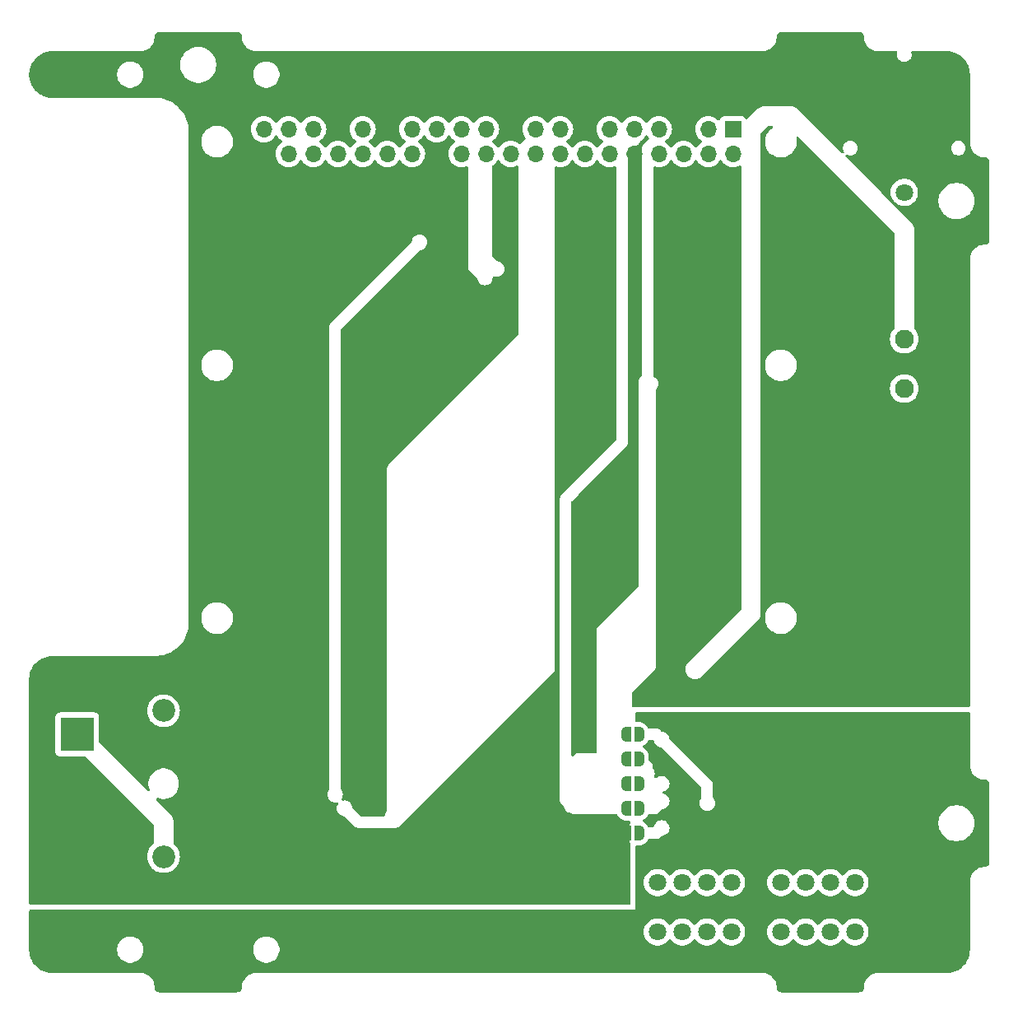
<source format=gbr>
%TF.GenerationSoftware,KiCad,Pcbnew,8.0.6-8.0.6-0~ubuntu24.04.1*%
%TF.CreationDate,2024-11-23T11:29:18+03:00*%
%TF.ProjectId,PM-CPU-RP,504d2d43-5055-42d5-9250-2e6b69636164,rev?*%
%TF.SameCoordinates,Original*%
%TF.FileFunction,Copper,L2,Bot*%
%TF.FilePolarity,Positive*%
%FSLAX46Y46*%
G04 Gerber Fmt 4.6, Leading zero omitted, Abs format (unit mm)*
G04 Created by KiCad (PCBNEW 8.0.6-8.0.6-0~ubuntu24.04.1) date 2024-11-23 11:29:18*
%MOMM*%
%LPD*%
G01*
G04 APERTURE LIST*
G04 Aperture macros list*
%AMFreePoly0*
4,1,19,0.500000,-0.750000,0.000000,-0.750000,0.000000,-0.744911,-0.071157,-0.744911,-0.207708,-0.704816,-0.327430,-0.627875,-0.420627,-0.520320,-0.479746,-0.390866,-0.500000,-0.250000,-0.500000,0.250000,-0.479746,0.390866,-0.420627,0.520320,-0.327430,0.627875,-0.207708,0.704816,-0.071157,0.744911,0.000000,0.744911,0.000000,0.750000,0.500000,0.750000,0.500000,-0.750000,0.500000,-0.750000,
$1*%
%AMFreePoly1*
4,1,19,0.000000,0.744911,0.071157,0.744911,0.207708,0.704816,0.327430,0.627875,0.420627,0.520320,0.479746,0.390866,0.500000,0.250000,0.500000,-0.250000,0.479746,-0.390866,0.420627,-0.520320,0.327430,-0.627875,0.207708,-0.704816,0.071157,-0.744911,0.000000,-0.744911,0.000000,-0.750000,-0.500000,-0.750000,-0.500000,0.750000,0.000000,0.750000,0.000000,0.744911,0.000000,0.744911,
$1*%
G04 Aperture macros list end*
%TA.AperFunction,ComponentPad*%
%ADD10O,6.350000X6.350000*%
%TD*%
%TA.AperFunction,ComponentPad*%
%ADD11C,1.800000*%
%TD*%
%TA.AperFunction,ComponentPad*%
%ADD12O,1.700000X1.700000*%
%TD*%
%TA.AperFunction,ComponentPad*%
%ADD13R,1.700000X1.700000*%
%TD*%
%TA.AperFunction,ComponentPad*%
%ADD14R,3.500000X3.500000*%
%TD*%
%TA.AperFunction,ComponentPad*%
%ADD15C,3.500000*%
%TD*%
%TA.AperFunction,ComponentPad*%
%ADD16C,1.950000*%
%TD*%
%TA.AperFunction,ComponentPad*%
%ADD17C,2.350000*%
%TD*%
%TA.AperFunction,SMDPad,CuDef*%
%ADD18FreePoly0,0.000000*%
%TD*%
%TA.AperFunction,SMDPad,CuDef*%
%ADD19FreePoly1,0.000000*%
%TD*%
G04 APERTURE END LIST*
D10*
%TO.P,PE1,1*%
%TO.N,PE*%
X-32000000Y-46000000D03*
%TD*%
D11*
%TO.P,J1,1,1*%
%TO.N,Net-(U6-VBAT)*%
X40640000Y32890000D03*
%TO.P,J1,2,2*%
%TO.N,GND*%
X40640000Y40640000D03*
%TD*%
D12*
%TO.P,D1,1,3V3*%
%TO.N,+3.3V*%
X23010000Y36850000D03*
D13*
%TO.P,D1,2,5V*%
%TO.N,+5V*%
X23010000Y39390000D03*
D12*
%TO.P,D1,3,GPIO2/I2C_SDA*%
%TO.N,/SDA*%
X20470000Y36850000D03*
%TO.P,D1,4,5V*%
%TO.N,+5V*%
X20470000Y39390000D03*
%TO.P,D1,5,GPIO3/I2C_SCL*%
%TO.N,/SCL*%
X17930000Y36850000D03*
%TO.P,D1,6,GND*%
%TO.N,GND*%
X17930000Y39390000D03*
%TO.P,D1,7,GPIO4/GPCLK0*%
%TO.N,unconnected-(D1-GPIO4{slash}GPCLK0-Pad7)*%
X15390000Y36850000D03*
%TO.P,D1,8,GPIO14/UART_TX*%
%TO.N,/UART_TX*%
X15390000Y39390000D03*
%TO.P,D1,9,GND*%
%TO.N,GND*%
X12850000Y36850000D03*
%TO.P,D1,10,GPIO15/UART_RX*%
%TO.N,/UART_RX*%
X12850000Y39390000D03*
%TO.P,D1,11,GPIO17*%
%TO.N,unconnected-(D1-GPIO17-Pad11)*%
X10310000Y36850000D03*
%TO.P,D1,12,GPIO18/PCM_CLK*%
%TO.N,unconnected-(D1-GPIO18{slash}PCM_CLK-Pad12)*%
X10310000Y39390000D03*
%TO.P,D1,13,GPIO27*%
%TO.N,unconnected-(D1-GPIO27-Pad13)*%
X7770000Y36850000D03*
%TO.P,D1,14,GND*%
%TO.N,GND*%
X7770000Y39390000D03*
%TO.P,D1,15,GPIO22*%
%TO.N,/LED_0*%
X5230000Y36850000D03*
%TO.P,D1,16,GPIO23*%
%TO.N,/LED_1*%
X5230000Y39390000D03*
%TO.P,D1,17,3V3*%
%TO.N,+3.3V*%
X2690000Y36850000D03*
%TO.P,D1,18,GPIO24*%
%TO.N,/LED_2*%
X2690000Y39390000D03*
%TO.P,D1,19,GPIO10/SPI_MOSI*%
%TO.N,/SPI_MOSI*%
X150000Y36850000D03*
%TO.P,D1,20,GND*%
%TO.N,GND*%
X150000Y39390000D03*
%TO.P,D1,21,GPIO9/SPI_MISO*%
%TO.N,/SPI_MISO*%
X-2390000Y36850000D03*
%TO.P,D1,22,GPIO25*%
%TO.N,unconnected-(D1-GPIO25-Pad22)*%
X-2390000Y39390000D03*
%TO.P,D1,23,GPIO11/SPI_SCLK*%
%TO.N,/SPI_SCK*%
X-4930000Y36850000D03*
%TO.P,D1,24,GPIO8/SPI_CE0*%
%TO.N,/SPI_CS0*%
X-4930000Y39390000D03*
%TO.P,D1,25,GND*%
%TO.N,GND*%
X-7470000Y36850000D03*
%TO.P,D1,26,GPIO7/SPI_CE1*%
%TO.N,unconnected-(D1-GPIO7{slash}SPI_CE1-Pad26)*%
X-7470000Y39390000D03*
%TO.P,D1,27,GPIO0/EEPROM_SDA*%
%TO.N,unconnected-(D1-GPIO0{slash}EEPROM_SDA-Pad27)*%
X-10010000Y36850000D03*
%TO.P,D1,28,GPIO0/EEPROM_SCL*%
%TO.N,unconnected-(D1-GPIO0{slash}EEPROM_SCL-Pad28)*%
X-10010000Y39390000D03*
%TO.P,D1,29,GPIO5*%
%TO.N,unconnected-(D1-GPIO5-Pad29)*%
X-12550000Y36850000D03*
%TO.P,D1,30,GND*%
%TO.N,GND*%
X-12550000Y39390000D03*
%TO.P,D1,31,GPIO6*%
%TO.N,unconnected-(D1-GPIO6-Pad31)*%
X-15090000Y36850000D03*
%TO.P,D1,32,GPIO12/PWM0*%
%TO.N,unconnected-(D1-GPIO12{slash}PWM0-Pad32)*%
X-15090000Y39390000D03*
%TO.P,D1,33,GPIO13/PWM1*%
%TO.N,unconnected-(D1-GPIO13{slash}PWM1-Pad33)*%
X-17630000Y36850000D03*
%TO.P,D1,34,GND*%
%TO.N,GND*%
X-17630000Y39390000D03*
%TO.P,D1,35,GPIO19/PCM_FS*%
%TO.N,unconnected-(D1-GPIO19{slash}PCM_FS-Pad35)*%
X-20170000Y36850000D03*
%TO.P,D1,36,GPIO16*%
%TO.N,unconnected-(D1-GPIO16-Pad36)*%
X-20170000Y39390000D03*
%TO.P,D1,37,GPIO26*%
%TO.N,unconnected-(D1-GPIO26-Pad37)*%
X-22710000Y36850000D03*
%TO.P,D1,38,GPIO20/PCM_DIN*%
%TO.N,unconnected-(D1-GPIO20{slash}PCM_DIN-Pad38)*%
X-22710000Y39390000D03*
%TO.P,D1,39,GND*%
%TO.N,GND*%
X-25250000Y36850000D03*
%TO.P,D1,40,GPIO20/PCM_DOUT*%
%TO.N,unconnected-(D1-GPIO20{slash}PCM_DOUT-Pad40)*%
X-25250000Y39390000D03*
%TD*%
D14*
%TO.P,J6,1,Pin_1*%
%TO.N,+24V*%
X-44450000Y-22860000D03*
D15*
%TO.P,J6,2,Pin_2*%
%TO.N,GND*%
X-44450000Y-27940000D03*
%TD*%
D16*
%TO.P,J4,1,VIN*%
%TO.N,Net-(J4-VIN)*%
X40640000Y12700000D03*
%TO.P,J4,2,GND*%
%TO.N,GND*%
X40640000Y15240000D03*
%TO.P,J4,3,+VO*%
%TO.N,+5V*%
X40640000Y17780000D03*
%TD*%
D11*
%TO.P,XG1,1,Pin_1*%
%TO.N,unconnected-(XG1-Pin_1-Pad1)_1*%
X15240000Y-38100000D03*
%TO.N,unconnected-(XG1-Pin_1-Pad1)*%
X15240000Y-43180000D03*
%TO.P,XG1,2,Pin_2*%
%TO.N,unconnected-(XG1-Pin_2-Pad2)*%
X17780000Y-38100000D03*
%TO.N,unconnected-(XG1-Pin_2-Pad2)_1*%
X17780000Y-43180000D03*
%TO.P,XG1,3,Pin_3*%
%TO.N,/RS485_A*%
X20320000Y-38100000D03*
%TO.P,XG1,4,Pin_4*%
%TO.N,/RS485_B*%
X22860000Y-38100000D03*
%TO.P,XG1,5,Pin_5*%
%TO.N,PE*%
X25400000Y-38100000D03*
X25400000Y-43180000D03*
%TO.P,XG1,6,Pin_6*%
%TO.N,unconnected-(XG1-Pin_6-Pad6)_1*%
X27940000Y-38100000D03*
%TO.N,unconnected-(XG1-Pin_6-Pad6)*%
X27940000Y-43180000D03*
%TO.P,XG1,7,Pin_7*%
%TO.N,unconnected-(XG1-Pin_7-Pad7)*%
X30480000Y-38100000D03*
%TO.N,unconnected-(XG1-Pin_7-Pad7)_1*%
X30480000Y-43180000D03*
%TO.P,XG1,8,Pin_8*%
%TO.N,/RS485_A*%
X33020000Y-38100000D03*
%TO.P,XG1,9,Pin_9*%
%TO.N,/RS485_B*%
X35560000Y-38100000D03*
%TO.P,XG1,10,Pin_10*%
%TO.N,PE*%
X38100000Y-38100000D03*
X38100000Y-43180000D03*
%TO.P,XG1,13*%
%TO.N,N/C*%
X20320000Y-43180000D03*
%TO.P,XG1,14*%
X22860000Y-43180000D03*
%TO.P,XG1,18*%
X33020000Y-43180000D03*
%TO.P,XG1,19*%
X35560000Y-43180000D03*
%TD*%
D17*
%TO.P,U1,1,1*%
%TO.N,+24V*%
X-35560000Y-35440000D03*
%TO.P,U1,2,2*%
%TO.N,Net-(J4-VIN)*%
X-35560000Y-20440000D03*
%TD*%
D18*
%TO.P,JP4,1,A*%
%TO.N,/UART_RX*%
X12050000Y-30480000D03*
D19*
%TO.P,JP4,2,B*%
%TO.N,/UART_RX_ISO*%
X13350000Y-30480000D03*
%TD*%
D18*
%TO.P,JP2,1,A*%
%TO.N,/UART_TX*%
X12050000Y-25400000D03*
D19*
%TO.P,JP2,2,B*%
%TO.N,/UART_TX_ISO*%
X13350000Y-25400000D03*
%TD*%
D18*
%TO.P,JP5,1,A*%
%TO.N,GND*%
X12050000Y-33020000D03*
D19*
%TO.P,JP5,2,B*%
%TO.N,GND_ISO*%
X13350000Y-33020000D03*
%TD*%
D18*
%TO.P,JP1,1,A*%
%TO.N,+3.3V*%
X12050000Y-22860000D03*
D19*
%TO.P,JP1,2,B*%
%TO.N,+3.3V_ISO*%
X13350000Y-22860000D03*
%TD*%
D18*
%TO.P,JP3,1,A*%
%TO.N,/UART_RTS*%
X12050000Y-27940000D03*
D19*
%TO.P,JP3,2,B*%
%TO.N,/UART_RTS_ISO*%
X13350000Y-27940000D03*
%TD*%
%TA.AperFunction,Conductor*%
%TO.N,PE*%
G36*
X47342539Y-20593685D02*
G01*
X47388294Y-20646489D01*
X47399500Y-20698000D01*
X47399500Y-26107317D01*
X47430044Y-26319764D01*
X47430047Y-26319774D01*
X47490517Y-26525715D01*
X47579672Y-26720938D01*
X47579679Y-26720951D01*
X47627730Y-26795719D01*
X47695719Y-26901513D01*
X47709457Y-26917368D01*
X47836275Y-27063724D01*
X47942341Y-27155630D01*
X47998487Y-27204281D01*
X48114831Y-27279050D01*
X48179048Y-27320320D01*
X48179061Y-27320327D01*
X48374284Y-27409482D01*
X48374288Y-27409483D01*
X48374290Y-27409484D01*
X48580231Y-27469954D01*
X48580232Y-27469954D01*
X48580235Y-27469955D01*
X48643584Y-27479062D01*
X48792682Y-27500500D01*
X48834108Y-27500500D01*
X48893038Y-27500500D01*
X48906922Y-27501280D01*
X48997266Y-27511459D01*
X49024331Y-27517636D01*
X49103540Y-27545352D01*
X49128553Y-27557398D01*
X49199606Y-27602043D01*
X49221313Y-27619355D01*
X49280644Y-27678686D01*
X49297957Y-27700395D01*
X49342600Y-27771444D01*
X49354648Y-27796462D01*
X49382362Y-27875666D01*
X49388540Y-27902735D01*
X49398720Y-27993076D01*
X49399500Y-28006961D01*
X49399500Y-35993038D01*
X49398720Y-36006923D01*
X49388540Y-36097264D01*
X49382362Y-36124333D01*
X49354648Y-36203537D01*
X49342600Y-36228555D01*
X49297957Y-36299604D01*
X49280644Y-36321313D01*
X49221313Y-36380644D01*
X49199604Y-36397957D01*
X49128555Y-36442600D01*
X49103537Y-36454648D01*
X49024333Y-36482362D01*
X48997264Y-36488540D01*
X48917075Y-36497576D01*
X48906921Y-36498720D01*
X48893038Y-36499500D01*
X48792682Y-36499500D01*
X48580235Y-36530044D01*
X48580225Y-36530047D01*
X48374284Y-36590517D01*
X48179061Y-36679672D01*
X48179048Y-36679679D01*
X47998485Y-36795720D01*
X47836275Y-36936275D01*
X47695720Y-37098485D01*
X47579679Y-37279048D01*
X47579672Y-37279061D01*
X47490517Y-37474284D01*
X47430047Y-37680225D01*
X47430044Y-37680235D01*
X47399500Y-37892682D01*
X47399500Y-44996249D01*
X47399274Y-45003736D01*
X47382457Y-45281741D01*
X47380652Y-45296605D01*
X47331126Y-45566862D01*
X47327542Y-45581402D01*
X47245803Y-45843709D01*
X47240494Y-45857709D01*
X47127729Y-46108264D01*
X47120770Y-46121523D01*
X46978630Y-46356652D01*
X46970124Y-46368975D01*
X46800675Y-46585261D01*
X46790745Y-46596469D01*
X46596469Y-46790745D01*
X46585261Y-46800675D01*
X46368975Y-46970124D01*
X46356652Y-46978630D01*
X46121523Y-47120770D01*
X46108264Y-47127729D01*
X45857709Y-47240494D01*
X45843709Y-47245803D01*
X45581402Y-47327542D01*
X45566862Y-47331126D01*
X45296605Y-47380652D01*
X45281741Y-47382457D01*
X45003736Y-47399274D01*
X44996249Y-47399500D01*
X37892682Y-47399500D01*
X37680235Y-47430044D01*
X37680225Y-47430047D01*
X37474284Y-47490517D01*
X37279061Y-47579672D01*
X37279048Y-47579679D01*
X37098485Y-47695720D01*
X36936275Y-47836275D01*
X36795720Y-47998485D01*
X36679679Y-48179048D01*
X36679672Y-48179061D01*
X36590517Y-48374284D01*
X36530047Y-48580225D01*
X36530044Y-48580235D01*
X36499500Y-48792682D01*
X36499500Y-48893038D01*
X36498720Y-48906923D01*
X36488540Y-48997264D01*
X36482362Y-49024333D01*
X36454648Y-49103537D01*
X36442600Y-49128555D01*
X36397957Y-49199604D01*
X36380644Y-49221313D01*
X36321313Y-49280644D01*
X36299604Y-49297957D01*
X36228555Y-49342600D01*
X36203537Y-49354648D01*
X36124333Y-49382362D01*
X36097264Y-49388540D01*
X36017075Y-49397576D01*
X36006921Y-49398720D01*
X35993038Y-49399500D01*
X28006962Y-49399500D01*
X27993078Y-49398720D01*
X27980553Y-49397308D01*
X27902735Y-49388540D01*
X27875666Y-49382362D01*
X27796462Y-49354648D01*
X27771444Y-49342600D01*
X27700395Y-49297957D01*
X27678686Y-49280644D01*
X27619355Y-49221313D01*
X27602042Y-49199604D01*
X27557399Y-49128555D01*
X27545351Y-49103537D01*
X27517637Y-49024333D01*
X27511459Y-48997263D01*
X27501280Y-48906922D01*
X27500500Y-48893038D01*
X27500500Y-48792683D01*
X27500500Y-48792682D01*
X27469954Y-48580231D01*
X27409484Y-48374290D01*
X27409483Y-48374288D01*
X27409482Y-48374284D01*
X27320327Y-48179061D01*
X27320320Y-48179048D01*
X27227120Y-48034026D01*
X27204281Y-47998487D01*
X27171172Y-47960277D01*
X27063724Y-47836275D01*
X26901514Y-47695720D01*
X26901513Y-47695719D01*
X26824634Y-47646312D01*
X26720951Y-47579679D01*
X26720938Y-47579672D01*
X26525715Y-47490517D01*
X26319774Y-47430047D01*
X26319764Y-47430044D01*
X26128754Y-47402582D01*
X26107318Y-47399500D01*
X26065892Y-47399500D01*
X-25934108Y-47399500D01*
X-26000000Y-47399500D01*
X-26107318Y-47399500D01*
X-26319765Y-47430044D01*
X-26319775Y-47430047D01*
X-26525716Y-47490517D01*
X-26720939Y-47579672D01*
X-26720952Y-47579679D01*
X-26901515Y-47695720D01*
X-27063725Y-47836275D01*
X-27204280Y-47998485D01*
X-27320321Y-48179048D01*
X-27320328Y-48179061D01*
X-27409483Y-48374284D01*
X-27469953Y-48580225D01*
X-27469956Y-48580235D01*
X-27500500Y-48792682D01*
X-27500500Y-48893038D01*
X-27501280Y-48906923D01*
X-27511460Y-48997264D01*
X-27517638Y-49024333D01*
X-27545352Y-49103537D01*
X-27557400Y-49128555D01*
X-27602043Y-49199604D01*
X-27619356Y-49221313D01*
X-27678687Y-49280644D01*
X-27700396Y-49297957D01*
X-27771445Y-49342600D01*
X-27796463Y-49354648D01*
X-27875667Y-49382362D01*
X-27902736Y-49388540D01*
X-27982925Y-49397576D01*
X-27993079Y-49398720D01*
X-28006962Y-49399500D01*
X-35993038Y-49399500D01*
X-36006922Y-49398720D01*
X-36019447Y-49397308D01*
X-36097265Y-49388540D01*
X-36124334Y-49382362D01*
X-36203538Y-49354648D01*
X-36228556Y-49342600D01*
X-36299605Y-49297957D01*
X-36321314Y-49280644D01*
X-36380645Y-49221313D01*
X-36397958Y-49199604D01*
X-36442601Y-49128555D01*
X-36454649Y-49103537D01*
X-36482363Y-49024333D01*
X-36488541Y-48997263D01*
X-36498720Y-48906922D01*
X-36499500Y-48893038D01*
X-36499500Y-48792683D01*
X-36499500Y-48792682D01*
X-36530046Y-48580231D01*
X-36590516Y-48374290D01*
X-36590517Y-48374288D01*
X-36590518Y-48374284D01*
X-36679673Y-48179061D01*
X-36679680Y-48179048D01*
X-36772880Y-48034026D01*
X-36795719Y-47998487D01*
X-36828828Y-47960277D01*
X-36936276Y-47836275D01*
X-37098486Y-47695720D01*
X-37098487Y-47695719D01*
X-37175366Y-47646312D01*
X-37279049Y-47579679D01*
X-37279062Y-47579672D01*
X-37474285Y-47490517D01*
X-37680226Y-47430047D01*
X-37680236Y-47430044D01*
X-37871246Y-47402582D01*
X-37892682Y-47399500D01*
X-37892683Y-47399500D01*
X-46996249Y-47399500D01*
X-47003736Y-47399274D01*
X-47281742Y-47382457D01*
X-47296606Y-47380652D01*
X-47566863Y-47331126D01*
X-47581403Y-47327542D01*
X-47843710Y-47245803D01*
X-47857710Y-47240494D01*
X-48108265Y-47127729D01*
X-48121524Y-47120770D01*
X-48356653Y-46978630D01*
X-48368976Y-46970124D01*
X-48585262Y-46800675D01*
X-48596470Y-46790745D01*
X-48790746Y-46596469D01*
X-48800676Y-46585261D01*
X-48970125Y-46368975D01*
X-48978627Y-46356658D01*
X-49120772Y-46121522D01*
X-49127730Y-46108264D01*
X-49240496Y-45857706D01*
X-49245804Y-45843709D01*
X-49327543Y-45581402D01*
X-49331127Y-45566862D01*
X-49340006Y-45518412D01*
X-49380653Y-45296605D01*
X-49382458Y-45281741D01*
X-49399274Y-45003736D01*
X-49399500Y-44996249D01*
X-49399500Y-44893713D01*
X-40350500Y-44893713D01*
X-40350500Y-45106286D01*
X-40317247Y-45316239D01*
X-40251556Y-45518414D01*
X-40155049Y-45707820D01*
X-40030110Y-45879786D01*
X-39879787Y-46030109D01*
X-39707821Y-46155048D01*
X-39707819Y-46155049D01*
X-39707816Y-46155051D01*
X-39518412Y-46251557D01*
X-39316243Y-46317246D01*
X-39106287Y-46350500D01*
X-39106286Y-46350500D01*
X-38893714Y-46350500D01*
X-38893713Y-46350500D01*
X-38683757Y-46317246D01*
X-38481588Y-46251557D01*
X-38292184Y-46155051D01*
X-38227787Y-46108264D01*
X-38120214Y-46030109D01*
X-38120212Y-46030106D01*
X-38120208Y-46030104D01*
X-37969896Y-45879792D01*
X-37969894Y-45879788D01*
X-37969891Y-45879786D01*
X-37844952Y-45707820D01*
X-37844953Y-45707820D01*
X-37844949Y-45707816D01*
X-37748443Y-45518412D01*
X-37682754Y-45316243D01*
X-37649500Y-45106287D01*
X-37649500Y-44893713D01*
X-26350500Y-44893713D01*
X-26350500Y-45106286D01*
X-26317247Y-45316239D01*
X-26251556Y-45518414D01*
X-26155049Y-45707820D01*
X-26030110Y-45879786D01*
X-25879787Y-46030109D01*
X-25707821Y-46155048D01*
X-25707819Y-46155049D01*
X-25707816Y-46155051D01*
X-25518412Y-46251557D01*
X-25316243Y-46317246D01*
X-25106287Y-46350500D01*
X-25106286Y-46350500D01*
X-24893714Y-46350500D01*
X-24893713Y-46350500D01*
X-24683757Y-46317246D01*
X-24481588Y-46251557D01*
X-24292184Y-46155051D01*
X-24227787Y-46108264D01*
X-24120214Y-46030109D01*
X-24120212Y-46030106D01*
X-24120208Y-46030104D01*
X-23969896Y-45879792D01*
X-23969894Y-45879788D01*
X-23969891Y-45879786D01*
X-23844952Y-45707820D01*
X-23844953Y-45707820D01*
X-23844949Y-45707816D01*
X-23748443Y-45518412D01*
X-23682754Y-45316243D01*
X-23649500Y-45106287D01*
X-23649500Y-44893713D01*
X-23682754Y-44683757D01*
X-23748443Y-44481588D01*
X-23844949Y-44292184D01*
X-23844951Y-44292181D01*
X-23844952Y-44292179D01*
X-23969891Y-44120213D01*
X-24120214Y-43969890D01*
X-24292180Y-43844951D01*
X-24481586Y-43748444D01*
X-24481587Y-43748443D01*
X-24481588Y-43748443D01*
X-24683757Y-43682754D01*
X-24683759Y-43682753D01*
X-24683760Y-43682753D01*
X-24845043Y-43657208D01*
X-24893713Y-43649500D01*
X-25106287Y-43649500D01*
X-25154958Y-43657208D01*
X-25316240Y-43682753D01*
X-25518415Y-43748444D01*
X-25707821Y-43844951D01*
X-25879787Y-43969890D01*
X-26030110Y-44120213D01*
X-26155049Y-44292179D01*
X-26251556Y-44481585D01*
X-26317247Y-44683760D01*
X-26350500Y-44893713D01*
X-37649500Y-44893713D01*
X-37682754Y-44683757D01*
X-37748443Y-44481588D01*
X-37844949Y-44292184D01*
X-37844951Y-44292181D01*
X-37844952Y-44292179D01*
X-37969891Y-44120213D01*
X-38120214Y-43969890D01*
X-38292180Y-43844951D01*
X-38481586Y-43748444D01*
X-38481587Y-43748443D01*
X-38481588Y-43748443D01*
X-38683757Y-43682754D01*
X-38683759Y-43682753D01*
X-38683760Y-43682753D01*
X-38845043Y-43657208D01*
X-38893713Y-43649500D01*
X-39106287Y-43649500D01*
X-39154958Y-43657208D01*
X-39316240Y-43682753D01*
X-39518415Y-43748444D01*
X-39707821Y-43844951D01*
X-39879787Y-43969890D01*
X-40030110Y-44120213D01*
X-40155049Y-44292179D01*
X-40251556Y-44481585D01*
X-40317247Y-44683760D01*
X-40350500Y-44893713D01*
X-49399500Y-44893713D01*
X-49399500Y-43179993D01*
X13834700Y-43179993D01*
X13834700Y-43180006D01*
X13853864Y-43411297D01*
X13853866Y-43411308D01*
X13910842Y-43636300D01*
X14004075Y-43848848D01*
X14131016Y-44043147D01*
X14131019Y-44043151D01*
X14131021Y-44043153D01*
X14288216Y-44213913D01*
X14288219Y-44213915D01*
X14288222Y-44213918D01*
X14471365Y-44356464D01*
X14471371Y-44356468D01*
X14471374Y-44356470D01*
X14675497Y-44466936D01*
X14789487Y-44506068D01*
X14895015Y-44542297D01*
X14895017Y-44542297D01*
X14895019Y-44542298D01*
X15123951Y-44580500D01*
X15123952Y-44580500D01*
X15356048Y-44580500D01*
X15356049Y-44580500D01*
X15584981Y-44542298D01*
X15804503Y-44466936D01*
X16008626Y-44356470D01*
X16191784Y-44213913D01*
X16348979Y-44043153D01*
X16406191Y-43955582D01*
X16459337Y-43910226D01*
X16528568Y-43900802D01*
X16591904Y-43930304D01*
X16613809Y-43955583D01*
X16671016Y-44043147D01*
X16671019Y-44043151D01*
X16671021Y-44043153D01*
X16828216Y-44213913D01*
X16828219Y-44213915D01*
X16828222Y-44213918D01*
X17011365Y-44356464D01*
X17011371Y-44356468D01*
X17011374Y-44356470D01*
X17215497Y-44466936D01*
X17329487Y-44506068D01*
X17435015Y-44542297D01*
X17435017Y-44542297D01*
X17435019Y-44542298D01*
X17663951Y-44580500D01*
X17663952Y-44580500D01*
X17896048Y-44580500D01*
X17896049Y-44580500D01*
X18124981Y-44542298D01*
X18344503Y-44466936D01*
X18548626Y-44356470D01*
X18731784Y-44213913D01*
X18888979Y-44043153D01*
X18946191Y-43955582D01*
X18999337Y-43910226D01*
X19068568Y-43900802D01*
X19131904Y-43930304D01*
X19153809Y-43955583D01*
X19211016Y-44043147D01*
X19211019Y-44043151D01*
X19211021Y-44043153D01*
X19368216Y-44213913D01*
X19368219Y-44213915D01*
X19368222Y-44213918D01*
X19551365Y-44356464D01*
X19551371Y-44356468D01*
X19551374Y-44356470D01*
X19755497Y-44466936D01*
X19869487Y-44506068D01*
X19975015Y-44542297D01*
X19975017Y-44542297D01*
X19975019Y-44542298D01*
X20203951Y-44580500D01*
X20203952Y-44580500D01*
X20436048Y-44580500D01*
X20436049Y-44580500D01*
X20664981Y-44542298D01*
X20884503Y-44466936D01*
X21088626Y-44356470D01*
X21271784Y-44213913D01*
X21428979Y-44043153D01*
X21486191Y-43955582D01*
X21539337Y-43910226D01*
X21608568Y-43900802D01*
X21671904Y-43930304D01*
X21693809Y-43955583D01*
X21751016Y-44043147D01*
X21751019Y-44043151D01*
X21751021Y-44043153D01*
X21908216Y-44213913D01*
X21908219Y-44213915D01*
X21908222Y-44213918D01*
X22091365Y-44356464D01*
X22091371Y-44356468D01*
X22091374Y-44356470D01*
X22295497Y-44466936D01*
X22409487Y-44506068D01*
X22515015Y-44542297D01*
X22515017Y-44542297D01*
X22515019Y-44542298D01*
X22743951Y-44580500D01*
X22743952Y-44580500D01*
X22976048Y-44580500D01*
X22976049Y-44580500D01*
X23204981Y-44542298D01*
X23424503Y-44466936D01*
X23628626Y-44356470D01*
X23811784Y-44213913D01*
X23968979Y-44043153D01*
X24095924Y-43848849D01*
X24189157Y-43636300D01*
X24246134Y-43411305D01*
X24265300Y-43180000D01*
X24265300Y-43179993D01*
X26534700Y-43179993D01*
X26534700Y-43180006D01*
X26553864Y-43411297D01*
X26553866Y-43411308D01*
X26610842Y-43636300D01*
X26704075Y-43848848D01*
X26831016Y-44043147D01*
X26831019Y-44043151D01*
X26831021Y-44043153D01*
X26988216Y-44213913D01*
X26988219Y-44213915D01*
X26988222Y-44213918D01*
X27171365Y-44356464D01*
X27171371Y-44356468D01*
X27171374Y-44356470D01*
X27375497Y-44466936D01*
X27489487Y-44506068D01*
X27595015Y-44542297D01*
X27595017Y-44542297D01*
X27595019Y-44542298D01*
X27823951Y-44580500D01*
X27823952Y-44580500D01*
X28056048Y-44580500D01*
X28056049Y-44580500D01*
X28284981Y-44542298D01*
X28504503Y-44466936D01*
X28708626Y-44356470D01*
X28891784Y-44213913D01*
X29048979Y-44043153D01*
X29106191Y-43955582D01*
X29159337Y-43910226D01*
X29228568Y-43900802D01*
X29291904Y-43930304D01*
X29313809Y-43955583D01*
X29371016Y-44043147D01*
X29371019Y-44043151D01*
X29371021Y-44043153D01*
X29528216Y-44213913D01*
X29528219Y-44213915D01*
X29528222Y-44213918D01*
X29711365Y-44356464D01*
X29711371Y-44356468D01*
X29711374Y-44356470D01*
X29915497Y-44466936D01*
X30029487Y-44506068D01*
X30135015Y-44542297D01*
X30135017Y-44542297D01*
X30135019Y-44542298D01*
X30363951Y-44580500D01*
X30363952Y-44580500D01*
X30596048Y-44580500D01*
X30596049Y-44580500D01*
X30824981Y-44542298D01*
X31044503Y-44466936D01*
X31248626Y-44356470D01*
X31431784Y-44213913D01*
X31588979Y-44043153D01*
X31646191Y-43955582D01*
X31699337Y-43910226D01*
X31768568Y-43900802D01*
X31831904Y-43930304D01*
X31853809Y-43955583D01*
X31911016Y-44043147D01*
X31911019Y-44043151D01*
X31911021Y-44043153D01*
X32068216Y-44213913D01*
X32068219Y-44213915D01*
X32068222Y-44213918D01*
X32251365Y-44356464D01*
X32251371Y-44356468D01*
X32251374Y-44356470D01*
X32455497Y-44466936D01*
X32569487Y-44506068D01*
X32675015Y-44542297D01*
X32675017Y-44542297D01*
X32675019Y-44542298D01*
X32903951Y-44580500D01*
X32903952Y-44580500D01*
X33136048Y-44580500D01*
X33136049Y-44580500D01*
X33364981Y-44542298D01*
X33584503Y-44466936D01*
X33788626Y-44356470D01*
X33971784Y-44213913D01*
X34128979Y-44043153D01*
X34186191Y-43955582D01*
X34239337Y-43910226D01*
X34308568Y-43900802D01*
X34371904Y-43930304D01*
X34393809Y-43955583D01*
X34451016Y-44043147D01*
X34451019Y-44043151D01*
X34451021Y-44043153D01*
X34608216Y-44213913D01*
X34608219Y-44213915D01*
X34608222Y-44213918D01*
X34791365Y-44356464D01*
X34791371Y-44356468D01*
X34791374Y-44356470D01*
X34995497Y-44466936D01*
X35109487Y-44506068D01*
X35215015Y-44542297D01*
X35215017Y-44542297D01*
X35215019Y-44542298D01*
X35443951Y-44580500D01*
X35443952Y-44580500D01*
X35676048Y-44580500D01*
X35676049Y-44580500D01*
X35904981Y-44542298D01*
X36124503Y-44466936D01*
X36328626Y-44356470D01*
X36511784Y-44213913D01*
X36668979Y-44043153D01*
X36795924Y-43848849D01*
X36889157Y-43636300D01*
X36946134Y-43411305D01*
X36965300Y-43180000D01*
X36965300Y-43179993D01*
X36946135Y-42948702D01*
X36946133Y-42948691D01*
X36889157Y-42723699D01*
X36795924Y-42511151D01*
X36668983Y-42316852D01*
X36668980Y-42316849D01*
X36668979Y-42316847D01*
X36511784Y-42146087D01*
X36511779Y-42146083D01*
X36511777Y-42146081D01*
X36328634Y-42003535D01*
X36328628Y-42003531D01*
X36124504Y-41893064D01*
X36124495Y-41893061D01*
X35904984Y-41817702D01*
X35733282Y-41789050D01*
X35676049Y-41779500D01*
X35443951Y-41779500D01*
X35398164Y-41787140D01*
X35215015Y-41817702D01*
X34995504Y-41893061D01*
X34995495Y-41893064D01*
X34791371Y-42003531D01*
X34791365Y-42003535D01*
X34608222Y-42146081D01*
X34608219Y-42146084D01*
X34451016Y-42316852D01*
X34393809Y-42404416D01*
X34340662Y-42449773D01*
X34271431Y-42459197D01*
X34208095Y-42429695D01*
X34186191Y-42404416D01*
X34128983Y-42316852D01*
X34128980Y-42316849D01*
X34128979Y-42316847D01*
X33971784Y-42146087D01*
X33971779Y-42146083D01*
X33971777Y-42146081D01*
X33788634Y-42003535D01*
X33788628Y-42003531D01*
X33584504Y-41893064D01*
X33584495Y-41893061D01*
X33364984Y-41817702D01*
X33193282Y-41789050D01*
X33136049Y-41779500D01*
X32903951Y-41779500D01*
X32858164Y-41787140D01*
X32675015Y-41817702D01*
X32455504Y-41893061D01*
X32455495Y-41893064D01*
X32251371Y-42003531D01*
X32251365Y-42003535D01*
X32068222Y-42146081D01*
X32068219Y-42146084D01*
X31911016Y-42316852D01*
X31853809Y-42404416D01*
X31800662Y-42449773D01*
X31731431Y-42459197D01*
X31668095Y-42429695D01*
X31646191Y-42404416D01*
X31588983Y-42316852D01*
X31588980Y-42316849D01*
X31588979Y-42316847D01*
X31431784Y-42146087D01*
X31431779Y-42146083D01*
X31431777Y-42146081D01*
X31248634Y-42003535D01*
X31248628Y-42003531D01*
X31044504Y-41893064D01*
X31044495Y-41893061D01*
X30824984Y-41817702D01*
X30653282Y-41789050D01*
X30596049Y-41779500D01*
X30363951Y-41779500D01*
X30318164Y-41787140D01*
X30135015Y-41817702D01*
X29915504Y-41893061D01*
X29915495Y-41893064D01*
X29711371Y-42003531D01*
X29711365Y-42003535D01*
X29528222Y-42146081D01*
X29528219Y-42146084D01*
X29371016Y-42316852D01*
X29313809Y-42404416D01*
X29260662Y-42449773D01*
X29191431Y-42459197D01*
X29128095Y-42429695D01*
X29106191Y-42404416D01*
X29048983Y-42316852D01*
X29048980Y-42316849D01*
X29048979Y-42316847D01*
X28891784Y-42146087D01*
X28891779Y-42146083D01*
X28891777Y-42146081D01*
X28708634Y-42003535D01*
X28708628Y-42003531D01*
X28504504Y-41893064D01*
X28504495Y-41893061D01*
X28284984Y-41817702D01*
X28113282Y-41789050D01*
X28056049Y-41779500D01*
X27823951Y-41779500D01*
X27778164Y-41787140D01*
X27595015Y-41817702D01*
X27375504Y-41893061D01*
X27375495Y-41893064D01*
X27171371Y-42003531D01*
X27171365Y-42003535D01*
X26988222Y-42146081D01*
X26988219Y-42146084D01*
X26831016Y-42316852D01*
X26704075Y-42511151D01*
X26610842Y-42723699D01*
X26553866Y-42948691D01*
X26553864Y-42948702D01*
X26534700Y-43179993D01*
X24265300Y-43179993D01*
X24246135Y-42948702D01*
X24246133Y-42948691D01*
X24189157Y-42723699D01*
X24095924Y-42511151D01*
X23968983Y-42316852D01*
X23968980Y-42316849D01*
X23968979Y-42316847D01*
X23811784Y-42146087D01*
X23811779Y-42146083D01*
X23811777Y-42146081D01*
X23628634Y-42003535D01*
X23628628Y-42003531D01*
X23424504Y-41893064D01*
X23424495Y-41893061D01*
X23204984Y-41817702D01*
X23033282Y-41789050D01*
X22976049Y-41779500D01*
X22743951Y-41779500D01*
X22698164Y-41787140D01*
X22515015Y-41817702D01*
X22295504Y-41893061D01*
X22295495Y-41893064D01*
X22091371Y-42003531D01*
X22091365Y-42003535D01*
X21908222Y-42146081D01*
X21908219Y-42146084D01*
X21751016Y-42316852D01*
X21693809Y-42404416D01*
X21640662Y-42449773D01*
X21571431Y-42459197D01*
X21508095Y-42429695D01*
X21486191Y-42404416D01*
X21428983Y-42316852D01*
X21428980Y-42316849D01*
X21428979Y-42316847D01*
X21271784Y-42146087D01*
X21271779Y-42146083D01*
X21271777Y-42146081D01*
X21088634Y-42003535D01*
X21088628Y-42003531D01*
X20884504Y-41893064D01*
X20884495Y-41893061D01*
X20664984Y-41817702D01*
X20493282Y-41789050D01*
X20436049Y-41779500D01*
X20203951Y-41779500D01*
X20158164Y-41787140D01*
X19975015Y-41817702D01*
X19755504Y-41893061D01*
X19755495Y-41893064D01*
X19551371Y-42003531D01*
X19551365Y-42003535D01*
X19368222Y-42146081D01*
X19368219Y-42146084D01*
X19211016Y-42316852D01*
X19153809Y-42404416D01*
X19100662Y-42449773D01*
X19031431Y-42459197D01*
X18968095Y-42429695D01*
X18946191Y-42404416D01*
X18888983Y-42316852D01*
X18888980Y-42316849D01*
X18888979Y-42316847D01*
X18731784Y-42146087D01*
X18731779Y-42146083D01*
X18731777Y-42146081D01*
X18548634Y-42003535D01*
X18548628Y-42003531D01*
X18344504Y-41893064D01*
X18344495Y-41893061D01*
X18124984Y-41817702D01*
X17953282Y-41789050D01*
X17896049Y-41779500D01*
X17663951Y-41779500D01*
X17618164Y-41787140D01*
X17435015Y-41817702D01*
X17215504Y-41893061D01*
X17215495Y-41893064D01*
X17011371Y-42003531D01*
X17011365Y-42003535D01*
X16828222Y-42146081D01*
X16828219Y-42146084D01*
X16671016Y-42316852D01*
X16613809Y-42404416D01*
X16560662Y-42449773D01*
X16491431Y-42459197D01*
X16428095Y-42429695D01*
X16406191Y-42404416D01*
X16348983Y-42316852D01*
X16348980Y-42316849D01*
X16348979Y-42316847D01*
X16191784Y-42146087D01*
X16191779Y-42146083D01*
X16191777Y-42146081D01*
X16008634Y-42003535D01*
X16008628Y-42003531D01*
X15804504Y-41893064D01*
X15804495Y-41893061D01*
X15584984Y-41817702D01*
X15413282Y-41789050D01*
X15356049Y-41779500D01*
X15123951Y-41779500D01*
X15078164Y-41787140D01*
X14895015Y-41817702D01*
X14675504Y-41893061D01*
X14675495Y-41893064D01*
X14471371Y-42003531D01*
X14471365Y-42003535D01*
X14288222Y-42146081D01*
X14288219Y-42146084D01*
X14131016Y-42316852D01*
X14004075Y-42511151D01*
X13910842Y-42723699D01*
X13853866Y-42948691D01*
X13853864Y-42948702D01*
X13834700Y-43179993D01*
X-49399500Y-43179993D01*
X-49399500Y-41018000D01*
X-49379815Y-40950961D01*
X-49327011Y-40905206D01*
X-49275500Y-40894000D01*
X12954000Y-40894000D01*
X12954000Y-38099993D01*
X13834700Y-38099993D01*
X13834700Y-38100006D01*
X13853864Y-38331297D01*
X13853866Y-38331308D01*
X13910842Y-38556300D01*
X14004075Y-38768848D01*
X14131016Y-38963147D01*
X14131019Y-38963151D01*
X14131021Y-38963153D01*
X14288216Y-39133913D01*
X14288219Y-39133915D01*
X14288222Y-39133918D01*
X14471365Y-39276464D01*
X14471371Y-39276468D01*
X14471374Y-39276470D01*
X14675497Y-39386936D01*
X14789487Y-39426068D01*
X14895015Y-39462297D01*
X14895017Y-39462297D01*
X14895019Y-39462298D01*
X15123951Y-39500500D01*
X15123952Y-39500500D01*
X15356048Y-39500500D01*
X15356049Y-39500500D01*
X15584981Y-39462298D01*
X15804503Y-39386936D01*
X16008626Y-39276470D01*
X16191784Y-39133913D01*
X16348979Y-38963153D01*
X16406191Y-38875582D01*
X16459337Y-38830226D01*
X16528568Y-38820802D01*
X16591904Y-38850304D01*
X16613809Y-38875583D01*
X16671016Y-38963147D01*
X16671019Y-38963151D01*
X16671021Y-38963153D01*
X16828216Y-39133913D01*
X16828219Y-39133915D01*
X16828222Y-39133918D01*
X17011365Y-39276464D01*
X17011371Y-39276468D01*
X17011374Y-39276470D01*
X17215497Y-39386936D01*
X17329487Y-39426068D01*
X17435015Y-39462297D01*
X17435017Y-39462297D01*
X17435019Y-39462298D01*
X17663951Y-39500500D01*
X17663952Y-39500500D01*
X17896048Y-39500500D01*
X17896049Y-39500500D01*
X18124981Y-39462298D01*
X18344503Y-39386936D01*
X18548626Y-39276470D01*
X18731784Y-39133913D01*
X18888979Y-38963153D01*
X18946191Y-38875582D01*
X18999337Y-38830226D01*
X19068568Y-38820802D01*
X19131904Y-38850304D01*
X19153809Y-38875583D01*
X19211016Y-38963147D01*
X19211019Y-38963151D01*
X19211021Y-38963153D01*
X19368216Y-39133913D01*
X19368219Y-39133915D01*
X19368222Y-39133918D01*
X19551365Y-39276464D01*
X19551371Y-39276468D01*
X19551374Y-39276470D01*
X19755497Y-39386936D01*
X19869487Y-39426068D01*
X19975015Y-39462297D01*
X19975017Y-39462297D01*
X19975019Y-39462298D01*
X20203951Y-39500500D01*
X20203952Y-39500500D01*
X20436048Y-39500500D01*
X20436049Y-39500500D01*
X20664981Y-39462298D01*
X20884503Y-39386936D01*
X21088626Y-39276470D01*
X21271784Y-39133913D01*
X21428979Y-38963153D01*
X21486191Y-38875582D01*
X21539337Y-38830226D01*
X21608568Y-38820802D01*
X21671904Y-38850304D01*
X21693809Y-38875583D01*
X21751016Y-38963147D01*
X21751019Y-38963151D01*
X21751021Y-38963153D01*
X21908216Y-39133913D01*
X21908219Y-39133915D01*
X21908222Y-39133918D01*
X22091365Y-39276464D01*
X22091371Y-39276468D01*
X22091374Y-39276470D01*
X22295497Y-39386936D01*
X22409487Y-39426068D01*
X22515015Y-39462297D01*
X22515017Y-39462297D01*
X22515019Y-39462298D01*
X22743951Y-39500500D01*
X22743952Y-39500500D01*
X22976048Y-39500500D01*
X22976049Y-39500500D01*
X23204981Y-39462298D01*
X23424503Y-39386936D01*
X23628626Y-39276470D01*
X23811784Y-39133913D01*
X23968979Y-38963153D01*
X24095924Y-38768849D01*
X24189157Y-38556300D01*
X24246134Y-38331305D01*
X24265300Y-38100000D01*
X24265300Y-38099993D01*
X26534700Y-38099993D01*
X26534700Y-38100006D01*
X26553864Y-38331297D01*
X26553866Y-38331308D01*
X26610842Y-38556300D01*
X26704075Y-38768848D01*
X26831016Y-38963147D01*
X26831019Y-38963151D01*
X26831021Y-38963153D01*
X26988216Y-39133913D01*
X26988219Y-39133915D01*
X26988222Y-39133918D01*
X27171365Y-39276464D01*
X27171371Y-39276468D01*
X27171374Y-39276470D01*
X27375497Y-39386936D01*
X27489487Y-39426068D01*
X27595015Y-39462297D01*
X27595017Y-39462297D01*
X27595019Y-39462298D01*
X27823951Y-39500500D01*
X27823952Y-39500500D01*
X28056048Y-39500500D01*
X28056049Y-39500500D01*
X28284981Y-39462298D01*
X28504503Y-39386936D01*
X28708626Y-39276470D01*
X28891784Y-39133913D01*
X29048979Y-38963153D01*
X29106191Y-38875582D01*
X29159337Y-38830226D01*
X29228568Y-38820802D01*
X29291904Y-38850304D01*
X29313809Y-38875583D01*
X29371016Y-38963147D01*
X29371019Y-38963151D01*
X29371021Y-38963153D01*
X29528216Y-39133913D01*
X29528219Y-39133915D01*
X29528222Y-39133918D01*
X29711365Y-39276464D01*
X29711371Y-39276468D01*
X29711374Y-39276470D01*
X29915497Y-39386936D01*
X30029487Y-39426068D01*
X30135015Y-39462297D01*
X30135017Y-39462297D01*
X30135019Y-39462298D01*
X30363951Y-39500500D01*
X30363952Y-39500500D01*
X30596048Y-39500500D01*
X30596049Y-39500500D01*
X30824981Y-39462298D01*
X31044503Y-39386936D01*
X31248626Y-39276470D01*
X31431784Y-39133913D01*
X31588979Y-38963153D01*
X31646191Y-38875582D01*
X31699337Y-38830226D01*
X31768568Y-38820802D01*
X31831904Y-38850304D01*
X31853809Y-38875583D01*
X31911016Y-38963147D01*
X31911019Y-38963151D01*
X31911021Y-38963153D01*
X32068216Y-39133913D01*
X32068219Y-39133915D01*
X32068222Y-39133918D01*
X32251365Y-39276464D01*
X32251371Y-39276468D01*
X32251374Y-39276470D01*
X32455497Y-39386936D01*
X32569487Y-39426068D01*
X32675015Y-39462297D01*
X32675017Y-39462297D01*
X32675019Y-39462298D01*
X32903951Y-39500500D01*
X32903952Y-39500500D01*
X33136048Y-39500500D01*
X33136049Y-39500500D01*
X33364981Y-39462298D01*
X33584503Y-39386936D01*
X33788626Y-39276470D01*
X33971784Y-39133913D01*
X34128979Y-38963153D01*
X34186191Y-38875582D01*
X34239337Y-38830226D01*
X34308568Y-38820802D01*
X34371904Y-38850304D01*
X34393809Y-38875583D01*
X34451016Y-38963147D01*
X34451019Y-38963151D01*
X34451021Y-38963153D01*
X34608216Y-39133913D01*
X34608219Y-39133915D01*
X34608222Y-39133918D01*
X34791365Y-39276464D01*
X34791371Y-39276468D01*
X34791374Y-39276470D01*
X34995497Y-39386936D01*
X35109487Y-39426068D01*
X35215015Y-39462297D01*
X35215017Y-39462297D01*
X35215019Y-39462298D01*
X35443951Y-39500500D01*
X35443952Y-39500500D01*
X35676048Y-39500500D01*
X35676049Y-39500500D01*
X35904981Y-39462298D01*
X36124503Y-39386936D01*
X36328626Y-39276470D01*
X36511784Y-39133913D01*
X36668979Y-38963153D01*
X36795924Y-38768849D01*
X36889157Y-38556300D01*
X36946134Y-38331305D01*
X36965300Y-38100000D01*
X36965300Y-38099993D01*
X36946135Y-37868702D01*
X36946133Y-37868691D01*
X36889157Y-37643699D01*
X36795924Y-37431151D01*
X36668983Y-37236852D01*
X36668980Y-37236849D01*
X36668979Y-37236847D01*
X36511784Y-37066087D01*
X36511779Y-37066083D01*
X36511777Y-37066081D01*
X36328634Y-36923535D01*
X36328628Y-36923531D01*
X36124504Y-36813064D01*
X36124495Y-36813061D01*
X35904984Y-36737702D01*
X35733282Y-36709050D01*
X35676049Y-36699500D01*
X35443951Y-36699500D01*
X35398164Y-36707140D01*
X35215015Y-36737702D01*
X34995504Y-36813061D01*
X34995495Y-36813064D01*
X34791371Y-36923531D01*
X34791365Y-36923535D01*
X34608222Y-37066081D01*
X34608219Y-37066084D01*
X34451016Y-37236852D01*
X34393809Y-37324416D01*
X34340662Y-37369773D01*
X34271431Y-37379197D01*
X34208095Y-37349695D01*
X34186191Y-37324416D01*
X34128983Y-37236852D01*
X34128980Y-37236849D01*
X34128979Y-37236847D01*
X33971784Y-37066087D01*
X33971779Y-37066083D01*
X33971777Y-37066081D01*
X33788634Y-36923535D01*
X33788628Y-36923531D01*
X33584504Y-36813064D01*
X33584495Y-36813061D01*
X33364984Y-36737702D01*
X33193282Y-36709050D01*
X33136049Y-36699500D01*
X32903951Y-36699500D01*
X32858164Y-36707140D01*
X32675015Y-36737702D01*
X32455504Y-36813061D01*
X32455495Y-36813064D01*
X32251371Y-36923531D01*
X32251365Y-36923535D01*
X32068222Y-37066081D01*
X32068219Y-37066084D01*
X31911016Y-37236852D01*
X31853809Y-37324416D01*
X31800662Y-37369773D01*
X31731431Y-37379197D01*
X31668095Y-37349695D01*
X31646191Y-37324416D01*
X31588983Y-37236852D01*
X31588980Y-37236849D01*
X31588979Y-37236847D01*
X31431784Y-37066087D01*
X31431779Y-37066083D01*
X31431777Y-37066081D01*
X31248634Y-36923535D01*
X31248628Y-36923531D01*
X31044504Y-36813064D01*
X31044495Y-36813061D01*
X30824984Y-36737702D01*
X30653282Y-36709050D01*
X30596049Y-36699500D01*
X30363951Y-36699500D01*
X30318164Y-36707140D01*
X30135015Y-36737702D01*
X29915504Y-36813061D01*
X29915495Y-36813064D01*
X29711371Y-36923531D01*
X29711365Y-36923535D01*
X29528222Y-37066081D01*
X29528219Y-37066084D01*
X29371016Y-37236852D01*
X29313809Y-37324416D01*
X29260662Y-37369773D01*
X29191431Y-37379197D01*
X29128095Y-37349695D01*
X29106191Y-37324416D01*
X29048983Y-37236852D01*
X29048980Y-37236849D01*
X29048979Y-37236847D01*
X28891784Y-37066087D01*
X28891779Y-37066083D01*
X28891777Y-37066081D01*
X28708634Y-36923535D01*
X28708628Y-36923531D01*
X28504504Y-36813064D01*
X28504495Y-36813061D01*
X28284984Y-36737702D01*
X28113282Y-36709050D01*
X28056049Y-36699500D01*
X27823951Y-36699500D01*
X27778164Y-36707140D01*
X27595015Y-36737702D01*
X27375504Y-36813061D01*
X27375495Y-36813064D01*
X27171371Y-36923531D01*
X27171365Y-36923535D01*
X26988222Y-37066081D01*
X26988219Y-37066084D01*
X26831016Y-37236852D01*
X26704075Y-37431151D01*
X26610842Y-37643699D01*
X26553866Y-37868691D01*
X26553864Y-37868702D01*
X26534700Y-38099993D01*
X24265300Y-38099993D01*
X24246135Y-37868702D01*
X24246133Y-37868691D01*
X24189157Y-37643699D01*
X24095924Y-37431151D01*
X23968983Y-37236852D01*
X23968980Y-37236849D01*
X23968979Y-37236847D01*
X23811784Y-37066087D01*
X23811779Y-37066083D01*
X23811777Y-37066081D01*
X23628634Y-36923535D01*
X23628628Y-36923531D01*
X23424504Y-36813064D01*
X23424495Y-36813061D01*
X23204984Y-36737702D01*
X23033282Y-36709050D01*
X22976049Y-36699500D01*
X22743951Y-36699500D01*
X22698164Y-36707140D01*
X22515015Y-36737702D01*
X22295504Y-36813061D01*
X22295495Y-36813064D01*
X22091371Y-36923531D01*
X22091365Y-36923535D01*
X21908222Y-37066081D01*
X21908219Y-37066084D01*
X21751016Y-37236852D01*
X21693809Y-37324416D01*
X21640662Y-37369773D01*
X21571431Y-37379197D01*
X21508095Y-37349695D01*
X21486191Y-37324416D01*
X21428983Y-37236852D01*
X21428980Y-37236849D01*
X21428979Y-37236847D01*
X21271784Y-37066087D01*
X21271779Y-37066083D01*
X21271777Y-37066081D01*
X21088634Y-36923535D01*
X21088628Y-36923531D01*
X20884504Y-36813064D01*
X20884495Y-36813061D01*
X20664984Y-36737702D01*
X20493282Y-36709050D01*
X20436049Y-36699500D01*
X20203951Y-36699500D01*
X20158164Y-36707140D01*
X19975015Y-36737702D01*
X19755504Y-36813061D01*
X19755495Y-36813064D01*
X19551371Y-36923531D01*
X19551365Y-36923535D01*
X19368222Y-37066081D01*
X19368219Y-37066084D01*
X19211016Y-37236852D01*
X19153809Y-37324416D01*
X19100662Y-37369773D01*
X19031431Y-37379197D01*
X18968095Y-37349695D01*
X18946191Y-37324416D01*
X18888983Y-37236852D01*
X18888980Y-37236849D01*
X18888979Y-37236847D01*
X18731784Y-37066087D01*
X18731779Y-37066083D01*
X18731777Y-37066081D01*
X18548634Y-36923535D01*
X18548628Y-36923531D01*
X18344504Y-36813064D01*
X18344495Y-36813061D01*
X18124984Y-36737702D01*
X17953282Y-36709050D01*
X17896049Y-36699500D01*
X17663951Y-36699500D01*
X17618164Y-36707140D01*
X17435015Y-36737702D01*
X17215504Y-36813061D01*
X17215495Y-36813064D01*
X17011371Y-36923531D01*
X17011365Y-36923535D01*
X16828222Y-37066081D01*
X16828219Y-37066084D01*
X16671016Y-37236852D01*
X16613809Y-37324416D01*
X16560662Y-37369773D01*
X16491431Y-37379197D01*
X16428095Y-37349695D01*
X16406191Y-37324416D01*
X16348983Y-37236852D01*
X16348980Y-37236849D01*
X16348979Y-37236847D01*
X16191784Y-37066087D01*
X16191779Y-37066083D01*
X16191777Y-37066081D01*
X16008634Y-36923535D01*
X16008628Y-36923531D01*
X15804504Y-36813064D01*
X15804495Y-36813061D01*
X15584984Y-36737702D01*
X15413282Y-36709050D01*
X15356049Y-36699500D01*
X15123951Y-36699500D01*
X15078164Y-36707140D01*
X14895015Y-36737702D01*
X14675504Y-36813061D01*
X14675495Y-36813064D01*
X14471371Y-36923531D01*
X14471365Y-36923535D01*
X14288222Y-37066081D01*
X14288219Y-37066084D01*
X14131016Y-37236852D01*
X14004075Y-37431151D01*
X13910842Y-37643699D01*
X13853866Y-37868691D01*
X13853864Y-37868702D01*
X13834700Y-38099993D01*
X12954000Y-38099993D01*
X12954000Y-34399500D01*
X12973685Y-34332461D01*
X13026489Y-34286706D01*
X13078000Y-34275500D01*
X13421886Y-34275500D01*
X13421889Y-34275500D01*
X13564304Y-34255024D01*
X13702259Y-34214517D01*
X13833137Y-34154747D01*
X13948477Y-34080622D01*
X13949915Y-34079804D01*
X13954098Y-34077011D01*
X14003017Y-34034620D01*
X14062832Y-33982791D01*
X14156986Y-33874130D01*
X14234770Y-33753094D01*
X14234775Y-33753081D01*
X14234779Y-33753076D01*
X14262220Y-33692989D01*
X14307975Y-33640185D01*
X14375014Y-33620500D01*
X15060731Y-33620500D01*
X15060747Y-33620501D01*
X15068343Y-33620501D01*
X15226454Y-33620501D01*
X15226457Y-33620501D01*
X15379185Y-33579577D01*
X15429304Y-33550639D01*
X15516116Y-33500520D01*
X15627920Y-33388716D01*
X15627920Y-33388714D01*
X15638128Y-33378507D01*
X15638130Y-33378504D01*
X15696435Y-33320198D01*
X15757756Y-33286715D01*
X15770211Y-33284663D01*
X15857155Y-33274868D01*
X16027422Y-33215289D01*
X16180162Y-33119316D01*
X16307716Y-32991762D01*
X16403689Y-32839022D01*
X16463268Y-32668755D01*
X16471454Y-32596104D01*
X16483465Y-32489503D01*
X16483465Y-32489496D01*
X16463269Y-32310250D01*
X16463268Y-32310245D01*
X16412748Y-32165867D01*
X16403689Y-32139978D01*
X16307716Y-31987238D01*
X16199189Y-31878711D01*
X44149500Y-31878711D01*
X44149500Y-32121288D01*
X44175269Y-32317032D01*
X44181162Y-32361789D01*
X44184734Y-32375120D01*
X44243947Y-32596104D01*
X44336773Y-32820205D01*
X44336777Y-32820214D01*
X44358974Y-32858661D01*
X44458064Y-33030289D01*
X44458066Y-33030292D01*
X44458067Y-33030293D01*
X44605733Y-33222736D01*
X44605739Y-33222743D01*
X44777256Y-33394260D01*
X44777262Y-33394265D01*
X44969711Y-33541936D01*
X45179788Y-33663224D01*
X45403900Y-33756054D01*
X45638211Y-33818838D01*
X45818586Y-33842584D01*
X45878711Y-33850500D01*
X45878712Y-33850500D01*
X46121289Y-33850500D01*
X46169388Y-33844167D01*
X46361789Y-33818838D01*
X46596100Y-33756054D01*
X46820212Y-33663224D01*
X47030289Y-33541936D01*
X47222738Y-33394265D01*
X47394265Y-33222738D01*
X47541936Y-33030289D01*
X47663224Y-32820212D01*
X47756054Y-32596100D01*
X47818838Y-32361789D01*
X47850500Y-32121288D01*
X47850500Y-31878712D01*
X47818838Y-31638211D01*
X47756054Y-31403900D01*
X47663224Y-31179788D01*
X47541936Y-30969711D01*
X47464189Y-30868389D01*
X47394266Y-30777263D01*
X47394260Y-30777256D01*
X47222743Y-30605739D01*
X47222736Y-30605733D01*
X47030293Y-30458067D01*
X47030292Y-30458066D01*
X47030289Y-30458064D01*
X46820212Y-30336776D01*
X46820205Y-30336773D01*
X46596104Y-30243947D01*
X46361785Y-30181161D01*
X46121289Y-30149500D01*
X46121288Y-30149500D01*
X45878712Y-30149500D01*
X45878711Y-30149500D01*
X45638214Y-30181161D01*
X45403895Y-30243947D01*
X45179794Y-30336773D01*
X45179785Y-30336777D01*
X44969706Y-30458067D01*
X44777263Y-30605733D01*
X44777256Y-30605739D01*
X44605739Y-30777256D01*
X44605733Y-30777263D01*
X44458067Y-30969706D01*
X44336777Y-31179785D01*
X44336773Y-31179794D01*
X44243947Y-31403895D01*
X44181161Y-31638214D01*
X44149500Y-31878711D01*
X16199189Y-31878711D01*
X16180162Y-31859684D01*
X16162428Y-31848541D01*
X16027423Y-31763711D01*
X15857154Y-31704131D01*
X15857149Y-31704130D01*
X15677904Y-31683935D01*
X15677896Y-31683935D01*
X15498650Y-31704130D01*
X15498645Y-31704131D01*
X15328376Y-31763711D01*
X15175637Y-31859684D01*
X15048084Y-31987237D01*
X14952111Y-32139976D01*
X14892531Y-32310245D01*
X14890983Y-32317032D01*
X14889553Y-32316705D01*
X14865556Y-32373804D01*
X14807958Y-32413355D01*
X14769408Y-32419500D01*
X14375014Y-32419500D01*
X14307975Y-32399815D01*
X14262220Y-32347011D01*
X14234779Y-32286923D01*
X14234774Y-32286914D01*
X14234770Y-32286906D01*
X14156986Y-32165870D01*
X14156985Y-32165869D01*
X14156984Y-32165867D01*
X14156981Y-32165863D01*
X14062847Y-32057226D01*
X14062830Y-32057207D01*
X14062829Y-32057206D01*
X13954091Y-31962985D01*
X13918858Y-31940342D01*
X13833142Y-31885255D01*
X13833138Y-31885253D01*
X13833137Y-31885253D01*
X13783959Y-31862794D01*
X13731156Y-31817040D01*
X13711471Y-31750001D01*
X13731155Y-31682961D01*
X13783959Y-31637206D01*
X13783959Y-31637205D01*
X13833137Y-31614747D01*
X13948477Y-31540622D01*
X13949915Y-31539804D01*
X13954098Y-31537011D01*
X14003017Y-31494620D01*
X14062832Y-31442791D01*
X14156986Y-31334130D01*
X14234770Y-31213094D01*
X14234775Y-31213081D01*
X14234779Y-31213076D01*
X14262220Y-31152989D01*
X14307975Y-31100185D01*
X14375014Y-31080500D01*
X14861731Y-31080500D01*
X14861747Y-31080501D01*
X14869343Y-31080501D01*
X15027454Y-31080501D01*
X15027457Y-31080501D01*
X15180185Y-31039577D01*
X15230304Y-31010639D01*
X15317116Y-30960520D01*
X15428920Y-30848716D01*
X15428920Y-30848714D01*
X15439128Y-30838507D01*
X15439130Y-30838504D01*
X15696435Y-30581198D01*
X15757756Y-30547715D01*
X15770211Y-30545663D01*
X15857155Y-30535868D01*
X16027422Y-30476289D01*
X16180162Y-30380316D01*
X16307716Y-30252762D01*
X16403689Y-30100022D01*
X16463268Y-29929755D01*
X16467390Y-29893172D01*
X16483465Y-29750503D01*
X16483465Y-29750496D01*
X16463269Y-29571250D01*
X16463268Y-29571245D01*
X16444359Y-29517206D01*
X16403689Y-29400978D01*
X16403120Y-29400073D01*
X16332379Y-29287489D01*
X16307716Y-29248238D01*
X16180162Y-29120684D01*
X16142797Y-29097206D01*
X16027423Y-29024711D01*
X15850582Y-28962832D01*
X15851632Y-28959830D01*
X15802870Y-28932614D01*
X15769955Y-28870983D01*
X15775586Y-28801340D01*
X15817975Y-28745798D01*
X15851257Y-28730598D01*
X15850582Y-28728668D01*
X15901994Y-28710678D01*
X16027422Y-28666789D01*
X16180162Y-28570816D01*
X16307716Y-28443262D01*
X16403689Y-28290522D01*
X16463268Y-28120255D01*
X16476700Y-28001043D01*
X16483465Y-27941003D01*
X16483465Y-27940996D01*
X16463269Y-27761750D01*
X16463268Y-27761745D01*
X16422634Y-27645620D01*
X16403689Y-27591478D01*
X16374705Y-27545351D01*
X16307715Y-27438737D01*
X16180162Y-27311184D01*
X16027423Y-27215211D01*
X15857154Y-27155631D01*
X15857149Y-27155630D01*
X15677904Y-27135435D01*
X15677896Y-27135435D01*
X15498650Y-27155630D01*
X15498645Y-27155631D01*
X15328376Y-27215211D01*
X15175641Y-27311181D01*
X15174058Y-27312445D01*
X15172840Y-27312942D01*
X15169742Y-27314889D01*
X15169401Y-27314346D01*
X15109372Y-27338855D01*
X15096742Y-27339500D01*
X15051368Y-27339500D01*
X14984329Y-27319815D01*
X14938574Y-27267011D01*
X14928630Y-27197853D01*
X14934326Y-27174545D01*
X14952868Y-27121554D01*
X14952869Y-27121549D01*
X14973065Y-26942303D01*
X14973065Y-26942296D01*
X14952869Y-26763050D01*
X14952868Y-26763045D01*
X14913436Y-26650355D01*
X14893289Y-26592778D01*
X14797316Y-26440038D01*
X14797314Y-26440036D01*
X14797313Y-26440034D01*
X14795050Y-26437196D01*
X14794159Y-26435015D01*
X14793611Y-26434142D01*
X14793764Y-26434045D01*
X14768644Y-26372509D01*
X14768000Y-26359887D01*
X14768000Y-26306560D01*
X14768001Y-26306547D01*
X14768001Y-26138444D01*
X14768001Y-26138443D01*
X14727077Y-25985716D01*
X14727073Y-25985709D01*
X14648024Y-25848790D01*
X14648018Y-25848782D01*
X14391819Y-25592583D01*
X14358334Y-25531260D01*
X14355500Y-25504902D01*
X14355500Y-25134426D01*
X14355497Y-25134399D01*
X14355497Y-25078060D01*
X14335035Y-24935744D01*
X14335034Y-24935739D01*
X14310542Y-24852331D01*
X14294498Y-24797691D01*
X14257868Y-24717483D01*
X14234776Y-24666918D01*
X14234773Y-24666914D01*
X14234770Y-24666906D01*
X14156986Y-24545870D01*
X14156985Y-24545869D01*
X14156984Y-24545867D01*
X14156981Y-24545863D01*
X14062847Y-24437226D01*
X14062830Y-24437207D01*
X14062829Y-24437206D01*
X13954091Y-24342985D01*
X13918858Y-24320342D01*
X13833142Y-24265255D01*
X13833138Y-24265253D01*
X13833137Y-24265253D01*
X13783959Y-24242794D01*
X13731156Y-24197040D01*
X13711471Y-24130001D01*
X13731155Y-24062961D01*
X13783959Y-24017206D01*
X13783959Y-24017205D01*
X13833137Y-23994747D01*
X13948477Y-23920622D01*
X13949915Y-23919804D01*
X13954098Y-23917011D01*
X14003017Y-23874620D01*
X14062832Y-23822791D01*
X14156986Y-23714130D01*
X14234770Y-23593094D01*
X14234775Y-23593081D01*
X14234779Y-23593076D01*
X14262220Y-23532989D01*
X14307975Y-23480185D01*
X14375014Y-23460500D01*
X14769307Y-23460500D01*
X14836346Y-23480185D01*
X14882101Y-23532989D01*
X14890676Y-23563937D01*
X14890983Y-23563868D01*
X14892504Y-23570534D01*
X14892527Y-23570616D01*
X14892530Y-23570650D01*
X14892531Y-23570654D01*
X14952111Y-23740923D01*
X15048084Y-23893662D01*
X15175638Y-24021216D01*
X15328378Y-24117189D01*
X15498645Y-24176768D01*
X15585569Y-24186561D01*
X15649980Y-24213626D01*
X15659365Y-24222100D01*
X19729781Y-28292516D01*
X19763266Y-28353839D01*
X19766100Y-28380197D01*
X19766100Y-29340587D01*
X19746415Y-29407626D01*
X19739050Y-29417896D01*
X19736786Y-29420734D01*
X19640811Y-29573476D01*
X19581231Y-29743745D01*
X19581230Y-29743750D01*
X19561035Y-29922996D01*
X19561035Y-29923003D01*
X19581230Y-30102249D01*
X19581231Y-30102254D01*
X19640811Y-30272523D01*
X19728064Y-30411384D01*
X19736784Y-30425262D01*
X19864338Y-30552816D01*
X19909511Y-30581200D01*
X20002859Y-30639855D01*
X20017078Y-30648789D01*
X20187345Y-30708368D01*
X20187350Y-30708369D01*
X20366596Y-30728565D01*
X20366600Y-30728565D01*
X20366604Y-30728565D01*
X20545849Y-30708369D01*
X20545852Y-30708368D01*
X20545855Y-30708368D01*
X20716122Y-30648789D01*
X20868862Y-30552816D01*
X20996416Y-30425262D01*
X21092389Y-30272522D01*
X21151968Y-30102255D01*
X21151969Y-30102249D01*
X21172165Y-29923003D01*
X21172165Y-29922996D01*
X21151969Y-29743750D01*
X21151968Y-29743745D01*
X21110722Y-29625870D01*
X21092389Y-29573478D01*
X20996416Y-29420738D01*
X20996414Y-29420736D01*
X20996413Y-29420734D01*
X20994150Y-29417896D01*
X20993259Y-29415715D01*
X20992711Y-29414842D01*
X20992864Y-29414745D01*
X20967744Y-29353209D01*
X20967100Y-29340587D01*
X20967100Y-28001045D01*
X20967100Y-28001043D01*
X20937038Y-27888851D01*
X20926177Y-27848315D01*
X20897239Y-27798195D01*
X20847120Y-27711384D01*
X20735316Y-27599580D01*
X20735315Y-27599579D01*
X20730985Y-27595249D01*
X20730974Y-27595239D01*
X16508600Y-23372865D01*
X16475115Y-23311542D01*
X16473063Y-23299086D01*
X16463268Y-23212145D01*
X16403689Y-23041878D01*
X16307716Y-22889138D01*
X16180162Y-22761584D01*
X16027421Y-22665610D01*
X15857149Y-22606030D01*
X15770230Y-22596237D01*
X15705816Y-22569170D01*
X15696433Y-22560698D01*
X15634090Y-22498355D01*
X15634088Y-22498352D01*
X15515217Y-22379481D01*
X15515216Y-22379480D01*
X15428404Y-22329360D01*
X15428404Y-22329359D01*
X15428400Y-22329358D01*
X15378285Y-22300423D01*
X15225557Y-22259499D01*
X15067443Y-22259499D01*
X15059847Y-22259499D01*
X15059831Y-22259500D01*
X14375014Y-22259500D01*
X14307975Y-22239815D01*
X14262220Y-22187011D01*
X14234779Y-22126923D01*
X14234774Y-22126914D01*
X14234770Y-22126906D01*
X14156986Y-22005870D01*
X14156985Y-22005869D01*
X14156984Y-22005867D01*
X14156981Y-22005863D01*
X14062847Y-21897226D01*
X14062830Y-21897207D01*
X14062829Y-21897206D01*
X13954091Y-21802985D01*
X13918858Y-21780342D01*
X13833142Y-21725255D01*
X13833136Y-21725252D01*
X13762028Y-21692778D01*
X13702259Y-21665483D01*
X13584650Y-21630950D01*
X13564308Y-21624977D01*
X13564296Y-21624974D01*
X13421889Y-21604500D01*
X13078000Y-21604500D01*
X13010961Y-21584815D01*
X12965206Y-21532011D01*
X12954000Y-21480500D01*
X12954000Y-20698000D01*
X12973685Y-20630961D01*
X13026489Y-20585206D01*
X13078000Y-20574000D01*
X47275500Y-20574000D01*
X47342539Y-20593685D01*
G37*
%TD.AperFunction*%
%TD*%
%TA.AperFunction,Conductor*%
%TO.N,GND*%
G36*
X-27993078Y49398720D02*
G01*
X-27902734Y49388541D01*
X-27875669Y49382364D01*
X-27796460Y49354648D01*
X-27771447Y49342602D01*
X-27700394Y49297957D01*
X-27678687Y49280645D01*
X-27619356Y49221314D01*
X-27602043Y49199605D01*
X-27557400Y49128556D01*
X-27545352Y49103538D01*
X-27517638Y49024334D01*
X-27511460Y48997265D01*
X-27501280Y48906924D01*
X-27500500Y48893039D01*
X-27500500Y48792683D01*
X-27469956Y48580236D01*
X-27469953Y48580226D01*
X-27409483Y48374285D01*
X-27320328Y48179062D01*
X-27320321Y48179049D01*
X-27204280Y47998486D01*
X-27063725Y47836276D01*
X-27043600Y47818838D01*
X-26901513Y47695719D01*
X-26772469Y47612789D01*
X-26720952Y47579680D01*
X-26720939Y47579673D01*
X-26525716Y47490518D01*
X-26525712Y47490517D01*
X-26525710Y47490516D01*
X-26319769Y47430046D01*
X-26319768Y47430046D01*
X-26319765Y47430045D01*
X-26256416Y47420938D01*
X-26107318Y47399500D01*
X-26107317Y47399500D01*
X26107317Y47399500D01*
X26107318Y47399500D01*
X26277851Y47424020D01*
X26319764Y47430045D01*
X26319765Y47430046D01*
X26319769Y47430046D01*
X26525710Y47490516D01*
X26525713Y47490518D01*
X26525715Y47490518D01*
X26720938Y47579673D01*
X26720944Y47579677D01*
X26720950Y47579679D01*
X26901513Y47695719D01*
X27063724Y47836276D01*
X27204281Y47998487D01*
X27320321Y48179050D01*
X27320323Y48179056D01*
X27320327Y48179062D01*
X27409482Y48374285D01*
X27409482Y48374287D01*
X27409484Y48374290D01*
X27469954Y48580231D01*
X27500500Y48792682D01*
X27500500Y48893039D01*
X27501280Y48906923D01*
X27501280Y48906924D01*
X27511459Y48997269D01*
X27517635Y49024330D01*
X27545353Y49103544D01*
X27557396Y49128550D01*
X27602046Y49199611D01*
X27619351Y49221310D01*
X27678690Y49280649D01*
X27700389Y49297954D01*
X27771450Y49342604D01*
X27796456Y49354647D01*
X27875670Y49382365D01*
X27902733Y49388541D01*
X27965419Y49395604D01*
X27993079Y49398720D01*
X28006962Y49399500D01*
X28065892Y49399500D01*
X35934108Y49399500D01*
X35993038Y49399500D01*
X36006922Y49398720D01*
X36097266Y49388541D01*
X36124331Y49382364D01*
X36203540Y49354648D01*
X36228553Y49342602D01*
X36299606Y49297957D01*
X36321313Y49280645D01*
X36380644Y49221314D01*
X36397957Y49199605D01*
X36442600Y49128556D01*
X36454648Y49103538D01*
X36482362Y49024334D01*
X36488540Y48997265D01*
X36498720Y48906924D01*
X36499500Y48893039D01*
X36499500Y48792683D01*
X36530044Y48580236D01*
X36530047Y48580226D01*
X36590517Y48374285D01*
X36679672Y48179062D01*
X36679679Y48179049D01*
X36795720Y47998486D01*
X36936275Y47836276D01*
X36956400Y47818838D01*
X37098487Y47695719D01*
X37227531Y47612789D01*
X37279048Y47579680D01*
X37279061Y47579673D01*
X37474284Y47490518D01*
X37474288Y47490517D01*
X37474290Y47490516D01*
X37680231Y47430046D01*
X37680232Y47430046D01*
X37680235Y47430045D01*
X37743584Y47420938D01*
X37892682Y47399500D01*
X37934108Y47399500D01*
X39793422Y47399500D01*
X39860461Y47379815D01*
X39906216Y47327011D01*
X39916160Y47257853D01*
X39915039Y47251308D01*
X39889500Y47122921D01*
X39889500Y47122918D01*
X39889500Y46975082D01*
X39889500Y46975080D01*
X39889499Y46975080D01*
X39918340Y46830093D01*
X39918343Y46830083D01*
X39974912Y46693512D01*
X39974919Y46693499D01*
X40057048Y46570585D01*
X40057051Y46570581D01*
X40161580Y46466052D01*
X40161584Y46466049D01*
X40284498Y46383920D01*
X40284511Y46383913D01*
X40421082Y46327344D01*
X40421087Y46327342D01*
X40421091Y46327342D01*
X40421092Y46327341D01*
X40566079Y46298500D01*
X40566082Y46298500D01*
X40713920Y46298500D01*
X40811462Y46317904D01*
X40858913Y46327342D01*
X40995495Y46383916D01*
X41118416Y46466049D01*
X41222951Y46570584D01*
X41305084Y46693505D01*
X41361658Y46830087D01*
X41382778Y46936261D01*
X41390500Y46975080D01*
X41390500Y47122921D01*
X41364961Y47251308D01*
X41371188Y47320899D01*
X41414050Y47376077D01*
X41479940Y47399322D01*
X41486578Y47399500D01*
X44934108Y47399500D01*
X44996249Y47399500D01*
X45003736Y47399274D01*
X45281742Y47382458D01*
X45296605Y47380653D01*
X45297020Y47380577D01*
X45566866Y47331126D01*
X45581395Y47327545D01*
X45843713Y47245803D01*
X45857706Y47240496D01*
X46108264Y47127730D01*
X46121522Y47120772D01*
X46356658Y46978627D01*
X46368969Y46970129D01*
X46560321Y46820215D01*
X46585261Y46800676D01*
X46596469Y46790746D01*
X46790745Y46596470D01*
X46800675Y46585262D01*
X46812177Y46570581D01*
X46958421Y46383913D01*
X46970124Y46368976D01*
X46978628Y46356656D01*
X46996348Y46327344D01*
X47120770Y46121524D01*
X47127729Y46108265D01*
X47240494Y45857710D01*
X47245803Y45843710D01*
X47327542Y45581403D01*
X47331126Y45566863D01*
X47380652Y45296606D01*
X47382457Y45281742D01*
X47399274Y45003737D01*
X47399500Y44996250D01*
X47399500Y38065892D01*
X47399500Y38000000D01*
X47399500Y37892682D01*
X47401949Y37875648D01*
X47430044Y37680236D01*
X47430047Y37680226D01*
X47490517Y37474285D01*
X47579672Y37279062D01*
X47579679Y37279049D01*
X47695720Y37098486D01*
X47836275Y36936276D01*
X47960277Y36828828D01*
X47998487Y36795719D01*
X48114831Y36720950D01*
X48179048Y36679680D01*
X48179061Y36679673D01*
X48374284Y36590518D01*
X48374288Y36590517D01*
X48374290Y36590516D01*
X48580231Y36530046D01*
X48580232Y36530046D01*
X48580235Y36530045D01*
X48643584Y36520938D01*
X48792682Y36499500D01*
X48834108Y36499500D01*
X48893038Y36499500D01*
X48906922Y36498720D01*
X48997266Y36488541D01*
X49024331Y36482364D01*
X49103540Y36454648D01*
X49128553Y36442602D01*
X49199606Y36397957D01*
X49221313Y36380645D01*
X49280644Y36321314D01*
X49297957Y36299605D01*
X49342600Y36228556D01*
X49354648Y36203538D01*
X49382362Y36124334D01*
X49388540Y36097265D01*
X49398720Y36006924D01*
X49399500Y35993039D01*
X49399500Y28006962D01*
X49398720Y27993077D01*
X49388540Y27902736D01*
X49382362Y27875667D01*
X49354648Y27796463D01*
X49342600Y27771445D01*
X49297957Y27700396D01*
X49280644Y27678687D01*
X49221313Y27619356D01*
X49199604Y27602043D01*
X49128555Y27557400D01*
X49103537Y27545352D01*
X49024333Y27517638D01*
X48997264Y27511460D01*
X48917075Y27502424D01*
X48906921Y27501280D01*
X48893038Y27500500D01*
X48792682Y27500500D01*
X48580235Y27469956D01*
X48580225Y27469953D01*
X48374284Y27409483D01*
X48179061Y27320328D01*
X48179048Y27320321D01*
X47998485Y27204280D01*
X47836275Y27063725D01*
X47695720Y26901515D01*
X47579679Y26720952D01*
X47579672Y26720939D01*
X47490517Y26525716D01*
X47430047Y26319775D01*
X47430044Y26319765D01*
X47399500Y26107318D01*
X47399500Y-19942000D01*
X47379815Y-20009039D01*
X47327011Y-20054794D01*
X47275500Y-20066000D01*
X12774500Y-20066000D01*
X12707461Y-20046315D01*
X12661706Y-19993511D01*
X12650500Y-19942000D01*
X12650500Y-18572497D01*
X12670185Y-18505458D01*
X12686819Y-18484816D01*
X13379757Y-17791878D01*
X15002720Y-16168916D01*
X15081777Y-16031984D01*
X15122701Y-15879257D01*
X15122701Y-15721142D01*
X15122701Y-15713547D01*
X15122700Y-15713529D01*
X15122700Y12622388D01*
X15142385Y12689427D01*
X15149755Y12699703D01*
X15152010Y12702533D01*
X15152016Y12702538D01*
X15247989Y12855278D01*
X15307568Y13025545D01*
X15327765Y13204800D01*
X15309731Y13364854D01*
X15307569Y13384050D01*
X15307568Y13384055D01*
X15261914Y13514527D01*
X15247989Y13554322D01*
X15152016Y13707062D01*
X15024462Y13834616D01*
X15024460Y13834618D01*
X14896827Y13914816D01*
X14850536Y13967151D01*
X14838800Y14019809D01*
X14838800Y35437953D01*
X14858485Y35504992D01*
X14911289Y35550747D01*
X14980447Y35560691D01*
X14994888Y35557729D01*
X15154592Y35514937D01*
X15342918Y35498461D01*
X15389999Y35494341D01*
X15390000Y35494341D01*
X15390001Y35494341D01*
X15429234Y35497774D01*
X15625408Y35514937D01*
X15853663Y35576097D01*
X16067830Y35675965D01*
X16261401Y35811505D01*
X16428495Y35978599D01*
X16558425Y36164158D01*
X16613002Y36207783D01*
X16682500Y36214977D01*
X16744855Y36183454D01*
X16761575Y36164158D01*
X16891500Y35978605D01*
X16891505Y35978599D01*
X17058599Y35811505D01*
X17078799Y35797361D01*
X17252165Y35675968D01*
X17252167Y35675967D01*
X17252170Y35675965D01*
X17466337Y35576097D01*
X17694592Y35514937D01*
X17882918Y35498461D01*
X17929999Y35494341D01*
X17930000Y35494341D01*
X17930001Y35494341D01*
X17969234Y35497774D01*
X18165408Y35514937D01*
X18393663Y35576097D01*
X18607830Y35675965D01*
X18801401Y35811505D01*
X18968495Y35978599D01*
X19098425Y36164158D01*
X19153002Y36207783D01*
X19222500Y36214977D01*
X19284855Y36183454D01*
X19301575Y36164158D01*
X19431500Y35978605D01*
X19431505Y35978599D01*
X19598599Y35811505D01*
X19618799Y35797361D01*
X19792165Y35675968D01*
X19792167Y35675967D01*
X19792170Y35675965D01*
X20006337Y35576097D01*
X20234592Y35514937D01*
X20422918Y35498461D01*
X20469999Y35494341D01*
X20470000Y35494341D01*
X20470001Y35494341D01*
X20509234Y35497774D01*
X20705408Y35514937D01*
X20933663Y35576097D01*
X21147830Y35675965D01*
X21341401Y35811505D01*
X21508495Y35978599D01*
X21638425Y36164158D01*
X21693002Y36207783D01*
X21762500Y36214977D01*
X21824855Y36183454D01*
X21841575Y36164158D01*
X21971500Y35978605D01*
X21971505Y35978599D01*
X22138599Y35811505D01*
X22158799Y35797361D01*
X22332165Y35675968D01*
X22332167Y35675967D01*
X22332170Y35675965D01*
X22546337Y35576097D01*
X22774592Y35514937D01*
X22962918Y35498461D01*
X23009999Y35494341D01*
X23010000Y35494341D01*
X23010001Y35494341D01*
X23049234Y35497774D01*
X23245408Y35514937D01*
X23473663Y35576097D01*
X23684795Y35674551D01*
X23753873Y35685042D01*
X23817657Y35656522D01*
X23855896Y35598046D01*
X23861200Y35562168D01*
X23861200Y-9966817D01*
X23841515Y-10033856D01*
X23824881Y-10054498D01*
X18449703Y-15429675D01*
X18440689Y-15437845D01*
X18407216Y-15465316D01*
X18379745Y-15498789D01*
X18371578Y-15507801D01*
X18340958Y-15538422D01*
X18340953Y-15538428D01*
X18316902Y-15574422D01*
X18309658Y-15584191D01*
X18282188Y-15617664D01*
X18261772Y-15655858D01*
X18255520Y-15666289D01*
X18231467Y-15702287D01*
X18214899Y-15742284D01*
X18209700Y-15753276D01*
X18189288Y-15791466D01*
X18189287Y-15791470D01*
X18176716Y-15832907D01*
X18172618Y-15844358D01*
X18156050Y-15884358D01*
X18156048Y-15884365D01*
X18147603Y-15926822D01*
X18144647Y-15938623D01*
X18132077Y-15980062D01*
X18132075Y-15980069D01*
X18127830Y-16023164D01*
X18126045Y-16035192D01*
X18117600Y-16077654D01*
X18117600Y-16120954D01*
X18117003Y-16133107D01*
X18112759Y-16176199D01*
X18117003Y-16219290D01*
X18117600Y-16231444D01*
X18117600Y-16274743D01*
X18126045Y-16317205D01*
X18127830Y-16329234D01*
X18132075Y-16372330D01*
X18132077Y-16372337D01*
X18144647Y-16413777D01*
X18147603Y-16425578D01*
X18156047Y-16468029D01*
X18156048Y-16468031D01*
X18156049Y-16468036D01*
X18172623Y-16508050D01*
X18176715Y-16519488D01*
X18189285Y-16560925D01*
X18189287Y-16560930D01*
X18209699Y-16599119D01*
X18214899Y-16610113D01*
X18231469Y-16650114D01*
X18231469Y-16650115D01*
X18255522Y-16686113D01*
X18261777Y-16696548D01*
X18282192Y-16734741D01*
X18309657Y-16768207D01*
X18316906Y-16777981D01*
X18340960Y-16813980D01*
X18340963Y-16813984D01*
X18371574Y-16844594D01*
X18379746Y-16853610D01*
X18407218Y-16887084D01*
X18440687Y-16914551D01*
X18449705Y-16922725D01*
X18480313Y-16953334D01*
X18480316Y-16953336D01*
X18480319Y-16953339D01*
X18516307Y-16977385D01*
X18516319Y-16977393D01*
X18526092Y-16984642D01*
X18546251Y-17001186D01*
X18559562Y-17012110D01*
X18597747Y-17032520D01*
X18597751Y-17032522D01*
X18608190Y-17038779D01*
X18644186Y-17062831D01*
X18684187Y-17079401D01*
X18695182Y-17084601D01*
X18733373Y-17105014D01*
X18774821Y-17117587D01*
X18786266Y-17121683D01*
X18826256Y-17138248D01*
X18826257Y-17138248D01*
X18826264Y-17138251D01*
X18868732Y-17146697D01*
X18880524Y-17149651D01*
X18921968Y-17162224D01*
X18965065Y-17166468D01*
X18977091Y-17168252D01*
X19007581Y-17174317D01*
X19019559Y-17176700D01*
X19019560Y-17176700D01*
X19062856Y-17176700D01*
X19075009Y-17177296D01*
X19118100Y-17181541D01*
X19161190Y-17177296D01*
X19173344Y-17176700D01*
X19216641Y-17176700D01*
X19232553Y-17173534D01*
X19259104Y-17168253D01*
X19271136Y-17166468D01*
X19314232Y-17162224D01*
X19355670Y-17149652D01*
X19367470Y-17146697D01*
X19409936Y-17138251D01*
X19449955Y-17121673D01*
X19461375Y-17117587D01*
X19502827Y-17105014D01*
X19541022Y-17084597D01*
X19552001Y-17079404D01*
X19592014Y-17062831D01*
X19628008Y-17038780D01*
X19638432Y-17032530D01*
X19676638Y-17012110D01*
X19710120Y-16984630D01*
X19719880Y-16977393D01*
X19755881Y-16953339D01*
X19786494Y-16922724D01*
X19795511Y-16914552D01*
X19800117Y-16910772D01*
X19828983Y-16887083D01*
X19856463Y-16853597D01*
X19864615Y-16844603D01*
X25499478Y-11209741D01*
X25499482Y-11209739D01*
X25638839Y-11070382D01*
X25748332Y-10906514D01*
X25804020Y-10772070D01*
X26314500Y-10772070D01*
X26314500Y-11027929D01*
X26354526Y-11280640D01*
X26433588Y-11523972D01*
X26433589Y-11523975D01*
X26512533Y-11678910D01*
X26540491Y-11733780D01*
X26549750Y-11751950D01*
X26700132Y-11958935D01*
X26700136Y-11958940D01*
X26881059Y-12139863D01*
X26881064Y-12139867D01*
X27061607Y-12271038D01*
X27088053Y-12290252D01*
X27237080Y-12366185D01*
X27316024Y-12406410D01*
X27316027Y-12406411D01*
X27437693Y-12445942D01*
X27559361Y-12485474D01*
X27812070Y-12525500D01*
X27812071Y-12525500D01*
X28067929Y-12525500D01*
X28067930Y-12525500D01*
X28320639Y-12485474D01*
X28563975Y-12406410D01*
X28791947Y-12290252D01*
X28998942Y-12139862D01*
X29179862Y-11958942D01*
X29330252Y-11751947D01*
X29446410Y-11523975D01*
X29525474Y-11280639D01*
X29565500Y-11027930D01*
X29565500Y-10772070D01*
X29525474Y-10519361D01*
X29446410Y-10276025D01*
X29446410Y-10276024D01*
X29406185Y-10197080D01*
X29330252Y-10048053D01*
X29271231Y-9966817D01*
X29179867Y-9841064D01*
X29179863Y-9841059D01*
X28998940Y-9660136D01*
X28998935Y-9660132D01*
X28791950Y-9509750D01*
X28791949Y-9509749D01*
X28791947Y-9509748D01*
X28718910Y-9472533D01*
X28563975Y-9393589D01*
X28563972Y-9393588D01*
X28320640Y-9314526D01*
X28194284Y-9294513D01*
X28067930Y-9274500D01*
X27812070Y-9274500D01*
X27727833Y-9287842D01*
X27559359Y-9314526D01*
X27316027Y-9393588D01*
X27316024Y-9393589D01*
X27088049Y-9509750D01*
X26881064Y-9660132D01*
X26881059Y-9660136D01*
X26700136Y-9841059D01*
X26700132Y-9841064D01*
X26549750Y-10048049D01*
X26433589Y-10276024D01*
X26433588Y-10276027D01*
X26354526Y-10519359D01*
X26314500Y-10772070D01*
X25804020Y-10772070D01*
X25823751Y-10724435D01*
X25862200Y-10531141D01*
X25862200Y12700006D01*
X39159443Y12700006D01*
X39159443Y12699995D01*
X39179634Y12456317D01*
X39179636Y12456305D01*
X39239663Y12219266D01*
X39337888Y11995334D01*
X39471632Y11790622D01*
X39637242Y11610723D01*
X39637246Y11610719D01*
X39830212Y11460527D01*
X40045267Y11344145D01*
X40045270Y11344144D01*
X40276541Y11264749D01*
X40276543Y11264749D01*
X40276545Y11264748D01*
X40517737Y11224500D01*
X40517738Y11224500D01*
X40762262Y11224500D01*
X40762263Y11224500D01*
X41003455Y11264748D01*
X41234733Y11344145D01*
X41449788Y11460527D01*
X41642754Y11610719D01*
X41808368Y11790623D01*
X41942111Y11995333D01*
X42040336Y12219264D01*
X42100364Y12456308D01*
X42119681Y12689427D01*
X42120557Y12699995D01*
X42120557Y12700006D01*
X42100365Y12943684D01*
X42100363Y12943696D01*
X42040336Y13180735D01*
X42029780Y13204800D01*
X41942111Y13404667D01*
X41858297Y13532955D01*
X41808367Y13609379D01*
X41642757Y13789278D01*
X41642747Y13789287D01*
X41449791Y13939471D01*
X41449787Y13939474D01*
X41234734Y14055855D01*
X41234729Y14055857D01*
X41003458Y14135252D01*
X40822561Y14165438D01*
X40762263Y14175500D01*
X40517737Y14175500D01*
X40469498Y14167451D01*
X40276541Y14135252D01*
X40045270Y14055857D01*
X40045265Y14055855D01*
X39830212Y13939474D01*
X39830208Y13939471D01*
X39637252Y13789287D01*
X39637242Y13789278D01*
X39471632Y13609379D01*
X39337888Y13404667D01*
X39239663Y13180735D01*
X39179636Y12943696D01*
X39179634Y12943684D01*
X39159443Y12700006D01*
X25862200Y12700006D01*
X25862200Y15227930D01*
X26314500Y15227930D01*
X26314500Y14972071D01*
X26354526Y14719360D01*
X26433588Y14476028D01*
X26433589Y14476025D01*
X26549750Y14248050D01*
X26700132Y14041065D01*
X26700136Y14041060D01*
X26881059Y13860137D01*
X26881064Y13860133D01*
X27010338Y13766211D01*
X27088053Y13709748D01*
X27237080Y13633815D01*
X27316024Y13593590D01*
X27316027Y13593589D01*
X27436874Y13554324D01*
X27559361Y13514526D01*
X27812070Y13474500D01*
X27812071Y13474500D01*
X28067929Y13474500D01*
X28067930Y13474500D01*
X28320639Y13514526D01*
X28563975Y13593590D01*
X28791947Y13709748D01*
X28998942Y13860138D01*
X29179862Y14041058D01*
X29330252Y14248053D01*
X29446410Y14476025D01*
X29525474Y14719361D01*
X29565500Y14972070D01*
X29565500Y15227930D01*
X29525474Y15480639D01*
X29446410Y15723975D01*
X29446410Y15723976D01*
X29394283Y15826279D01*
X29330252Y15951947D01*
X29297849Y15996546D01*
X29179867Y16158936D01*
X29179863Y16158941D01*
X28998940Y16339864D01*
X28998935Y16339868D01*
X28791950Y16490250D01*
X28791949Y16490251D01*
X28791947Y16490252D01*
X28693277Y16540527D01*
X28563975Y16606411D01*
X28563972Y16606412D01*
X28320640Y16685474D01*
X28109972Y16718841D01*
X28067930Y16725500D01*
X27812070Y16725500D01*
X27770028Y16718841D01*
X27559359Y16685474D01*
X27316027Y16606412D01*
X27316024Y16606411D01*
X27088049Y16490250D01*
X26881064Y16339868D01*
X26881059Y16339864D01*
X26700136Y16158941D01*
X26700132Y16158936D01*
X26549750Y15951951D01*
X26433589Y15723976D01*
X26433588Y15723973D01*
X26354526Y15480641D01*
X26314500Y15227930D01*
X25862200Y15227930D01*
X25862200Y38924218D01*
X25881885Y38991257D01*
X25898519Y39011899D01*
X26576502Y39689881D01*
X26637825Y39723366D01*
X26664183Y39726200D01*
X27034630Y39726200D01*
X27101669Y39706515D01*
X27147424Y39653711D01*
X27157368Y39584553D01*
X27128343Y39520997D01*
X27090922Y39491714D01*
X27088050Y39490252D01*
X26881064Y39339868D01*
X26881059Y39339864D01*
X26700136Y39158941D01*
X26700132Y39158936D01*
X26549750Y38951951D01*
X26433589Y38723976D01*
X26433588Y38723973D01*
X26354526Y38480641D01*
X26330728Y38330389D01*
X26314500Y38227930D01*
X26314500Y37972070D01*
X26323631Y37914420D01*
X26354526Y37719360D01*
X26433588Y37476028D01*
X26433589Y37476025D01*
X26467494Y37409484D01*
X26516321Y37313656D01*
X26549750Y37248050D01*
X26700132Y37041065D01*
X26700136Y37041060D01*
X26881059Y36860137D01*
X26881064Y36860133D01*
X27003862Y36770916D01*
X27088053Y36709748D01*
X27237080Y36633815D01*
X27316024Y36593590D01*
X27316027Y36593589D01*
X27437693Y36554058D01*
X27559361Y36514526D01*
X27812070Y36474500D01*
X27812071Y36474500D01*
X28067929Y36474500D01*
X28067930Y36474500D01*
X28320639Y36514526D01*
X28563975Y36593590D01*
X28791947Y36709748D01*
X28998942Y36860138D01*
X29179862Y37041058D01*
X29330252Y37248053D01*
X29446410Y37476025D01*
X29525474Y37719361D01*
X29565500Y37972070D01*
X29565500Y38227930D01*
X29525474Y38480639D01*
X29524486Y38483677D01*
X29524451Y38484899D01*
X29524336Y38485382D01*
X29524437Y38485407D01*
X29522487Y38553517D01*
X29558563Y38613353D01*
X29621261Y38644185D01*
X29690676Y38636226D01*
X29730096Y38609684D01*
X39603181Y28736599D01*
X39636666Y28675276D01*
X39639500Y28648918D01*
X39639500Y18920115D01*
X39619815Y18853076D01*
X39606730Y18836132D01*
X39471629Y18689375D01*
X39337888Y18484667D01*
X39239663Y18260735D01*
X39179636Y18023696D01*
X39179634Y18023684D01*
X39159443Y17780006D01*
X39159443Y17779995D01*
X39179634Y17536317D01*
X39179636Y17536305D01*
X39239663Y17299266D01*
X39337888Y17075334D01*
X39471632Y16870622D01*
X39637242Y16690723D01*
X39637252Y16690714D01*
X39830208Y16540530D01*
X39830212Y16540527D01*
X39969082Y16465374D01*
X40045267Y16424145D01*
X40045270Y16424144D01*
X40276541Y16344749D01*
X40276543Y16344749D01*
X40276545Y16344748D01*
X40517737Y16304500D01*
X40517738Y16304500D01*
X40762262Y16304500D01*
X40762263Y16304500D01*
X41003455Y16344748D01*
X41234733Y16424145D01*
X41449788Y16540527D01*
X41642754Y16690719D01*
X41808368Y16870623D01*
X41942111Y17075333D01*
X42040336Y17299264D01*
X42100364Y17536308D01*
X42100365Y17536317D01*
X42120557Y17779995D01*
X42120557Y17780006D01*
X42100365Y18023684D01*
X42100363Y18023696D01*
X42040336Y18260735D01*
X41942111Y18484667D01*
X41808370Y18689375D01*
X41673270Y18836132D01*
X41642348Y18898787D01*
X41640500Y18920115D01*
X41640500Y29213244D01*
X41602052Y29406530D01*
X41602051Y29406531D01*
X41602051Y29406535D01*
X41602049Y29406540D01*
X41526635Y29588608D01*
X41526628Y29588621D01*
X41417139Y29752482D01*
X41417136Y29752486D01*
X41274686Y29894936D01*
X41274655Y29894965D01*
X38279613Y32890007D01*
X39234700Y32890007D01*
X39234700Y32889994D01*
X39253864Y32658703D01*
X39253866Y32658692D01*
X39310842Y32433700D01*
X39404075Y32221152D01*
X39531016Y32026853D01*
X39531019Y32026849D01*
X39531021Y32026847D01*
X39688216Y31856087D01*
X39688219Y31856085D01*
X39688222Y31856082D01*
X39871365Y31713536D01*
X39871371Y31713532D01*
X39871374Y31713530D01*
X40075497Y31603064D01*
X40189487Y31563932D01*
X40295015Y31527703D01*
X40295017Y31527703D01*
X40295019Y31527702D01*
X40523951Y31489500D01*
X40523952Y31489500D01*
X40756048Y31489500D01*
X40756049Y31489500D01*
X40984981Y31527702D01*
X41204503Y31603064D01*
X41408626Y31713530D01*
X41591784Y31856087D01*
X41748979Y32026847D01*
X41810681Y32121289D01*
X44149500Y32121289D01*
X44149500Y31878712D01*
X44181161Y31638215D01*
X44243947Y31403896D01*
X44336773Y31179795D01*
X44336776Y31179788D01*
X44458064Y30969711D01*
X44458066Y30969708D01*
X44458067Y30969707D01*
X44605733Y30777264D01*
X44605739Y30777257D01*
X44777256Y30605740D01*
X44777262Y30605735D01*
X44969711Y30458064D01*
X45179788Y30336776D01*
X45403900Y30243946D01*
X45638211Y30181162D01*
X45818586Y30157416D01*
X45878711Y30149500D01*
X45878712Y30149500D01*
X46121289Y30149500D01*
X46169388Y30155833D01*
X46361789Y30181162D01*
X46596100Y30243946D01*
X46820212Y30336776D01*
X47030289Y30458064D01*
X47222738Y30605735D01*
X47394265Y30777262D01*
X47541936Y30969711D01*
X47663224Y31179788D01*
X47756054Y31403900D01*
X47818838Y31638211D01*
X47850500Y31878712D01*
X47850500Y32121288D01*
X47818838Y32361789D01*
X47756054Y32596100D01*
X47663224Y32820212D01*
X47541936Y33030289D01*
X47481018Y33109679D01*
X47394266Y33222737D01*
X47394260Y33222744D01*
X47222743Y33394261D01*
X47222736Y33394267D01*
X47030293Y33541933D01*
X47030292Y33541934D01*
X47030289Y33541936D01*
X46820212Y33663224D01*
X46820205Y33663227D01*
X46596104Y33756053D01*
X46361785Y33818839D01*
X46121289Y33850500D01*
X46121288Y33850500D01*
X45878712Y33850500D01*
X45878711Y33850500D01*
X45638214Y33818839D01*
X45403895Y33756053D01*
X45179794Y33663227D01*
X45179785Y33663223D01*
X44969706Y33541933D01*
X44777263Y33394267D01*
X44777256Y33394261D01*
X44605739Y33222744D01*
X44605733Y33222737D01*
X44458067Y33030294D01*
X44336777Y32820215D01*
X44336773Y32820206D01*
X44243947Y32596105D01*
X44181161Y32361786D01*
X44149500Y32121289D01*
X41810681Y32121289D01*
X41875924Y32221151D01*
X41969157Y32433700D01*
X42026134Y32658695D01*
X42039517Y32820206D01*
X42045300Y32889994D01*
X42045300Y32890007D01*
X42026135Y33121298D01*
X42026133Y33121309D01*
X41969157Y33346301D01*
X41875924Y33558849D01*
X41748983Y33753148D01*
X41748980Y33753151D01*
X41748979Y33753153D01*
X41591784Y33923913D01*
X41591779Y33923917D01*
X41591777Y33923919D01*
X41408634Y34066465D01*
X41408628Y34066469D01*
X41204504Y34176936D01*
X41204495Y34176939D01*
X40984984Y34252298D01*
X40813282Y34280950D01*
X40756049Y34290500D01*
X40523951Y34290500D01*
X40478164Y34282860D01*
X40295015Y34252298D01*
X40075504Y34176939D01*
X40075495Y34176936D01*
X39871371Y34066469D01*
X39871365Y34066465D01*
X39688222Y33923919D01*
X39688219Y33923916D01*
X39531016Y33753148D01*
X39404075Y33558849D01*
X39310842Y33346301D01*
X39253866Y33121309D01*
X39253864Y33121298D01*
X39234700Y32890007D01*
X38279613Y32890007D01*
X34602059Y36567561D01*
X34568574Y36628884D01*
X34573558Y36698576D01*
X34615430Y36754509D01*
X34680894Y36778926D01*
X34737191Y36769804D01*
X34871087Y36714342D01*
X34871091Y36714342D01*
X34871092Y36714341D01*
X35016079Y36685500D01*
X35016082Y36685500D01*
X35163920Y36685500D01*
X35261462Y36704904D01*
X35308913Y36714342D01*
X35445495Y36770916D01*
X35568416Y36853049D01*
X35672951Y36957584D01*
X35755084Y37080505D01*
X35811658Y37217087D01*
X35840500Y37362080D01*
X45439499Y37362080D01*
X45468340Y37217093D01*
X45468343Y37217083D01*
X45524912Y37080512D01*
X45524919Y37080499D01*
X45607048Y36957585D01*
X45607051Y36957581D01*
X45711580Y36853052D01*
X45711584Y36853049D01*
X45834498Y36770920D01*
X45834511Y36770913D01*
X45955134Y36720950D01*
X45971087Y36714342D01*
X45971091Y36714342D01*
X45971092Y36714341D01*
X46116079Y36685500D01*
X46116082Y36685500D01*
X46263920Y36685500D01*
X46361462Y36704904D01*
X46408913Y36714342D01*
X46545495Y36770916D01*
X46668416Y36853049D01*
X46772951Y36957584D01*
X46855084Y37080505D01*
X46911658Y37217087D01*
X46940500Y37362082D01*
X46940500Y37509918D01*
X46940500Y37509921D01*
X46911659Y37654908D01*
X46911658Y37654909D01*
X46911658Y37654913D01*
X46897718Y37688567D01*
X46855087Y37791489D01*
X46855080Y37791502D01*
X46772951Y37914416D01*
X46772948Y37914420D01*
X46668419Y38018949D01*
X46668415Y38018952D01*
X46545501Y38101081D01*
X46545488Y38101088D01*
X46408917Y38157657D01*
X46408907Y38157660D01*
X46263920Y38186500D01*
X46263918Y38186500D01*
X46116082Y38186500D01*
X46116080Y38186500D01*
X45971092Y38157660D01*
X45971082Y38157657D01*
X45834511Y38101088D01*
X45834498Y38101081D01*
X45711584Y38018952D01*
X45711580Y38018949D01*
X45607051Y37914420D01*
X45607048Y37914416D01*
X45524919Y37791502D01*
X45524912Y37791489D01*
X45468343Y37654918D01*
X45468340Y37654908D01*
X45439500Y37509921D01*
X45439500Y37509918D01*
X45439500Y37362082D01*
X45439500Y37362080D01*
X45439499Y37362080D01*
X35840500Y37362080D01*
X35840500Y37362082D01*
X35840500Y37509918D01*
X35840500Y37509921D01*
X35811659Y37654908D01*
X35811658Y37654909D01*
X35811658Y37654913D01*
X35797718Y37688567D01*
X35755087Y37791489D01*
X35755080Y37791502D01*
X35672951Y37914416D01*
X35672948Y37914420D01*
X35568419Y38018949D01*
X35568415Y38018952D01*
X35445501Y38101081D01*
X35445488Y38101088D01*
X35308917Y38157657D01*
X35308907Y38157660D01*
X35163920Y38186500D01*
X35163918Y38186500D01*
X35016082Y38186500D01*
X35016080Y38186500D01*
X34871092Y38157660D01*
X34871082Y38157657D01*
X34734511Y38101088D01*
X34734498Y38101081D01*
X34611584Y38018952D01*
X34611580Y38018949D01*
X34507051Y37914420D01*
X34507048Y37914416D01*
X34424919Y37791502D01*
X34424912Y37791489D01*
X34368343Y37654918D01*
X34368340Y37654908D01*
X34339500Y37509921D01*
X34339500Y37509918D01*
X34339500Y37362082D01*
X34339500Y37362080D01*
X34339499Y37362080D01*
X34368340Y37217093D01*
X34368343Y37217083D01*
X34423802Y37083193D01*
X34431271Y37013724D01*
X34399996Y36951245D01*
X34339907Y36915593D01*
X34270081Y36918087D01*
X34221560Y36948060D01*
X29809479Y41360141D01*
X29809459Y41360163D01*
X29665785Y41503837D01*
X29665781Y41503840D01*
X29501920Y41613329D01*
X29501911Y41613334D01*
X29418683Y41647808D01*
X29373165Y41666662D01*
X29346500Y41677707D01*
X29319837Y41688751D01*
X29319833Y41688752D01*
X29208672Y41710863D01*
X29181295Y41716309D01*
X29126543Y41727200D01*
X29126541Y41727200D01*
X26099859Y41727200D01*
X26099857Y41727200D01*
X26045105Y41716309D01*
X26017728Y41710863D01*
X25906567Y41688753D01*
X25906559Y41688750D01*
X25853234Y41666663D01*
X25853234Y41666662D01*
X25807715Y41647808D01*
X25724489Y41613334D01*
X25724479Y41613329D01*
X25599434Y41529775D01*
X25599433Y41529774D01*
X25560615Y41503838D01*
X25560614Y41503837D01*
X24504034Y40447255D01*
X24442711Y40413770D01*
X24373019Y40418754D01*
X24317086Y40460626D01*
X24307519Y40475512D01*
X24303797Y40482327D01*
X24303796Y40482331D01*
X24303793Y40482335D01*
X24303792Y40482337D01*
X24217547Y40597545D01*
X24217544Y40597548D01*
X24102335Y40683794D01*
X24102328Y40683798D01*
X23967482Y40734092D01*
X23967483Y40734092D01*
X23907883Y40740499D01*
X23907881Y40740500D01*
X23907873Y40740500D01*
X23907864Y40740500D01*
X22112129Y40740500D01*
X22112123Y40740499D01*
X22052516Y40734092D01*
X21917671Y40683798D01*
X21917664Y40683794D01*
X21802455Y40597548D01*
X21802452Y40597545D01*
X21716206Y40482336D01*
X21716203Y40482331D01*
X21667189Y40350917D01*
X21625317Y40294984D01*
X21559853Y40270567D01*
X21491580Y40285419D01*
X21463326Y40306570D01*
X21341402Y40428494D01*
X21341395Y40428499D01*
X21147834Y40564033D01*
X21147830Y40564035D01*
X21147828Y40564036D01*
X20933663Y40663903D01*
X20933659Y40663904D01*
X20933655Y40663906D01*
X20705413Y40725062D01*
X20705403Y40725064D01*
X20470001Y40745659D01*
X20469999Y40745659D01*
X20234596Y40725064D01*
X20234586Y40725062D01*
X20006344Y40663906D01*
X20006335Y40663902D01*
X19792171Y40564036D01*
X19792169Y40564035D01*
X19598597Y40428495D01*
X19431505Y40261403D01*
X19295965Y40067831D01*
X19295964Y40067829D01*
X19196098Y39853665D01*
X19196094Y39853656D01*
X19134938Y39625414D01*
X19134936Y39625404D01*
X19114341Y39390001D01*
X19114341Y39390000D01*
X19134936Y39154597D01*
X19134938Y39154587D01*
X19196094Y38926345D01*
X19196096Y38926341D01*
X19196097Y38926337D01*
X19200000Y38917968D01*
X19295965Y38712170D01*
X19295967Y38712166D01*
X19404281Y38557479D01*
X19431504Y38518600D01*
X19431506Y38518598D01*
X19598597Y38351507D01*
X19598603Y38351502D01*
X19784158Y38221575D01*
X19827783Y38166998D01*
X19834977Y38097500D01*
X19803454Y38035145D01*
X19784158Y38018425D01*
X19598597Y37888495D01*
X19431505Y37721403D01*
X19301575Y37535842D01*
X19246998Y37492217D01*
X19177500Y37485023D01*
X19115145Y37516546D01*
X19098425Y37535842D01*
X18968494Y37721403D01*
X18801402Y37888494D01*
X18801395Y37888499D01*
X18800892Y37888851D01*
X18762521Y37915719D01*
X18607834Y38024033D01*
X18607830Y38024035D01*
X18585729Y38034341D01*
X18393663Y38123903D01*
X18393659Y38123904D01*
X18393655Y38123906D01*
X18165413Y38185062D01*
X18165403Y38185064D01*
X17930001Y38205659D01*
X17929999Y38205659D01*
X17694596Y38185064D01*
X17694586Y38185062D01*
X17466344Y38123906D01*
X17466335Y38123902D01*
X17252171Y38024036D01*
X17252169Y38024035D01*
X17058597Y37888495D01*
X16891505Y37721403D01*
X16761575Y37535842D01*
X16706998Y37492217D01*
X16637500Y37485023D01*
X16575145Y37516546D01*
X16558425Y37535842D01*
X16428494Y37721403D01*
X16261402Y37888494D01*
X16261396Y37888499D01*
X16075842Y38018425D01*
X16032217Y38073002D01*
X16025023Y38142500D01*
X16056546Y38204855D01*
X16075842Y38221575D01*
X16098026Y38237109D01*
X16261401Y38351505D01*
X16428495Y38518599D01*
X16564035Y38712170D01*
X16663903Y38926337D01*
X16725063Y39154592D01*
X16745659Y39390000D01*
X16725063Y39625408D01*
X16663903Y39853663D01*
X16564035Y40067829D01*
X16558425Y40075842D01*
X16428494Y40261403D01*
X16261402Y40428494D01*
X16261395Y40428499D01*
X16067834Y40564033D01*
X16067830Y40564035D01*
X16067828Y40564036D01*
X15853663Y40663903D01*
X15853659Y40663904D01*
X15853655Y40663906D01*
X15625413Y40725062D01*
X15625403Y40725064D01*
X15390001Y40745659D01*
X15389999Y40745659D01*
X15154596Y40725064D01*
X15154586Y40725062D01*
X14926344Y40663906D01*
X14926335Y40663902D01*
X14712171Y40564036D01*
X14712169Y40564035D01*
X14518597Y40428495D01*
X14351505Y40261403D01*
X14221575Y40075842D01*
X14166998Y40032217D01*
X14097500Y40025023D01*
X14035145Y40056546D01*
X14018425Y40075842D01*
X13888494Y40261403D01*
X13721402Y40428494D01*
X13721395Y40428499D01*
X13527834Y40564033D01*
X13527830Y40564035D01*
X13527828Y40564036D01*
X13313663Y40663903D01*
X13313659Y40663904D01*
X13313655Y40663906D01*
X13085413Y40725062D01*
X13085403Y40725064D01*
X12850001Y40745659D01*
X12849999Y40745659D01*
X12614596Y40725064D01*
X12614586Y40725062D01*
X12386344Y40663906D01*
X12386335Y40663902D01*
X12172171Y40564036D01*
X12172169Y40564035D01*
X11978597Y40428495D01*
X11811505Y40261403D01*
X11681575Y40075842D01*
X11626998Y40032217D01*
X11557500Y40025023D01*
X11495145Y40056546D01*
X11478425Y40075842D01*
X11348494Y40261403D01*
X11181402Y40428494D01*
X11181395Y40428499D01*
X10987834Y40564033D01*
X10987830Y40564035D01*
X10987828Y40564036D01*
X10773663Y40663903D01*
X10773659Y40663904D01*
X10773655Y40663906D01*
X10545413Y40725062D01*
X10545403Y40725064D01*
X10310001Y40745659D01*
X10309999Y40745659D01*
X10074596Y40725064D01*
X10074586Y40725062D01*
X9846344Y40663906D01*
X9846335Y40663902D01*
X9632171Y40564036D01*
X9632169Y40564035D01*
X9438597Y40428495D01*
X9271505Y40261403D01*
X9135965Y40067831D01*
X9135964Y40067829D01*
X9036098Y39853665D01*
X9036094Y39853656D01*
X8974938Y39625414D01*
X8974936Y39625404D01*
X8954341Y39390001D01*
X8954341Y39390000D01*
X8974936Y39154597D01*
X8974938Y39154587D01*
X9036094Y38926345D01*
X9036096Y38926341D01*
X9036097Y38926337D01*
X9040000Y38917968D01*
X9135965Y38712170D01*
X9135967Y38712166D01*
X9244281Y38557479D01*
X9271504Y38518600D01*
X9271506Y38518598D01*
X9438597Y38351507D01*
X9438603Y38351502D01*
X9624158Y38221575D01*
X9667783Y38166998D01*
X9674977Y38097500D01*
X9643454Y38035145D01*
X9624158Y38018425D01*
X9438597Y37888495D01*
X9271505Y37721403D01*
X9141575Y37535842D01*
X9086998Y37492217D01*
X9017500Y37485023D01*
X8955145Y37516546D01*
X8938425Y37535842D01*
X8808494Y37721403D01*
X8641402Y37888494D01*
X8641395Y37888499D01*
X8640892Y37888851D01*
X8602521Y37915719D01*
X8447834Y38024033D01*
X8447830Y38024035D01*
X8425729Y38034341D01*
X8233663Y38123903D01*
X8233659Y38123904D01*
X8233655Y38123906D01*
X8005413Y38185062D01*
X8005403Y38185064D01*
X7770001Y38205659D01*
X7769999Y38205659D01*
X7534596Y38185064D01*
X7534586Y38185062D01*
X7306344Y38123906D01*
X7306335Y38123902D01*
X7092171Y38024036D01*
X7092169Y38024035D01*
X6898597Y37888495D01*
X6731505Y37721403D01*
X6601575Y37535842D01*
X6546998Y37492217D01*
X6477500Y37485023D01*
X6415145Y37516546D01*
X6398425Y37535842D01*
X6268494Y37721403D01*
X6101402Y37888494D01*
X6101396Y37888499D01*
X5915842Y38018425D01*
X5872217Y38073002D01*
X5865023Y38142500D01*
X5896546Y38204855D01*
X5915842Y38221575D01*
X5938026Y38237109D01*
X6101401Y38351505D01*
X6268495Y38518599D01*
X6404035Y38712170D01*
X6503903Y38926337D01*
X6565063Y39154592D01*
X6585659Y39390000D01*
X6565063Y39625408D01*
X6503903Y39853663D01*
X6404035Y40067829D01*
X6398425Y40075842D01*
X6268494Y40261403D01*
X6101402Y40428494D01*
X6101395Y40428499D01*
X5907834Y40564033D01*
X5907830Y40564035D01*
X5907828Y40564036D01*
X5693663Y40663903D01*
X5693659Y40663904D01*
X5693655Y40663906D01*
X5465413Y40725062D01*
X5465403Y40725064D01*
X5230001Y40745659D01*
X5229999Y40745659D01*
X4994596Y40725064D01*
X4994586Y40725062D01*
X4766344Y40663906D01*
X4766335Y40663902D01*
X4552171Y40564036D01*
X4552169Y40564035D01*
X4358597Y40428495D01*
X4191505Y40261403D01*
X4061575Y40075842D01*
X4006998Y40032217D01*
X3937500Y40025023D01*
X3875145Y40056546D01*
X3858425Y40075842D01*
X3728494Y40261403D01*
X3561402Y40428494D01*
X3561395Y40428499D01*
X3367834Y40564033D01*
X3367830Y40564035D01*
X3367828Y40564036D01*
X3153663Y40663903D01*
X3153659Y40663904D01*
X3153655Y40663906D01*
X2925413Y40725062D01*
X2925403Y40725064D01*
X2690001Y40745659D01*
X2689999Y40745659D01*
X2454596Y40725064D01*
X2454586Y40725062D01*
X2226344Y40663906D01*
X2226335Y40663902D01*
X2012171Y40564036D01*
X2012169Y40564035D01*
X1818597Y40428495D01*
X1651505Y40261403D01*
X1515965Y40067831D01*
X1515964Y40067829D01*
X1416098Y39853665D01*
X1416094Y39853656D01*
X1354938Y39625414D01*
X1354936Y39625404D01*
X1334341Y39390001D01*
X1334341Y39390000D01*
X1354936Y39154597D01*
X1354938Y39154587D01*
X1416094Y38926345D01*
X1416096Y38926341D01*
X1416097Y38926337D01*
X1420000Y38917968D01*
X1515965Y38712170D01*
X1515967Y38712166D01*
X1624281Y38557479D01*
X1651504Y38518600D01*
X1651506Y38518598D01*
X1654603Y38515501D01*
X1688088Y38454178D01*
X1683104Y38384486D01*
X1654603Y38340139D01*
X1199861Y37885397D01*
X1138538Y37851912D01*
X1068846Y37856896D01*
X1024499Y37885397D01*
X1021402Y37888494D01*
X1021395Y37888499D01*
X1020892Y37888851D01*
X982521Y37915719D01*
X827834Y38024033D01*
X827830Y38024035D01*
X805729Y38034341D01*
X613663Y38123903D01*
X613659Y38123904D01*
X613655Y38123906D01*
X385413Y38185062D01*
X385403Y38185064D01*
X150001Y38205659D01*
X149999Y38205659D01*
X-85404Y38185064D01*
X-85414Y38185062D01*
X-313656Y38123906D01*
X-313665Y38123902D01*
X-527829Y38024036D01*
X-527831Y38024035D01*
X-721403Y37888495D01*
X-888495Y37721403D01*
X-1018425Y37535842D01*
X-1073002Y37492217D01*
X-1142500Y37485023D01*
X-1204855Y37516546D01*
X-1221575Y37535842D01*
X-1351506Y37721403D01*
X-1518598Y37888494D01*
X-1518604Y37888499D01*
X-1704158Y38018425D01*
X-1747783Y38073002D01*
X-1754977Y38142500D01*
X-1723454Y38204855D01*
X-1704158Y38221575D01*
X-1681974Y38237109D01*
X-1518599Y38351505D01*
X-1351505Y38518599D01*
X-1215965Y38712170D01*
X-1116097Y38926337D01*
X-1054937Y39154592D01*
X-1034341Y39390000D01*
X-1054937Y39625408D01*
X-1116097Y39853663D01*
X-1215965Y40067829D01*
X-1221575Y40075842D01*
X-1351506Y40261403D01*
X-1518598Y40428494D01*
X-1518605Y40428499D01*
X-1712166Y40564033D01*
X-1712170Y40564035D01*
X-1712172Y40564036D01*
X-1926337Y40663903D01*
X-1926341Y40663904D01*
X-1926345Y40663906D01*
X-2154587Y40725062D01*
X-2154597Y40725064D01*
X-2389999Y40745659D01*
X-2390001Y40745659D01*
X-2625404Y40725064D01*
X-2625414Y40725062D01*
X-2853656Y40663906D01*
X-2853665Y40663902D01*
X-3067829Y40564036D01*
X-3067831Y40564035D01*
X-3261403Y40428495D01*
X-3428495Y40261403D01*
X-3558425Y40075842D01*
X-3613002Y40032217D01*
X-3682500Y40025023D01*
X-3744855Y40056546D01*
X-3761575Y40075842D01*
X-3891506Y40261403D01*
X-4058598Y40428494D01*
X-4058605Y40428499D01*
X-4252166Y40564033D01*
X-4252170Y40564035D01*
X-4252172Y40564036D01*
X-4466337Y40663903D01*
X-4466341Y40663904D01*
X-4466345Y40663906D01*
X-4694587Y40725062D01*
X-4694597Y40725064D01*
X-4929999Y40745659D01*
X-4930001Y40745659D01*
X-5165404Y40725064D01*
X-5165414Y40725062D01*
X-5393656Y40663906D01*
X-5393665Y40663902D01*
X-5607829Y40564036D01*
X-5607831Y40564035D01*
X-5801403Y40428495D01*
X-5968495Y40261403D01*
X-6098425Y40075842D01*
X-6153002Y40032217D01*
X-6222500Y40025023D01*
X-6284855Y40056546D01*
X-6301575Y40075842D01*
X-6431506Y40261403D01*
X-6598598Y40428494D01*
X-6598605Y40428499D01*
X-6792166Y40564033D01*
X-6792170Y40564035D01*
X-6792172Y40564036D01*
X-7006337Y40663903D01*
X-7006341Y40663904D01*
X-7006345Y40663906D01*
X-7234587Y40725062D01*
X-7234597Y40725064D01*
X-7469999Y40745659D01*
X-7470001Y40745659D01*
X-7705404Y40725064D01*
X-7705414Y40725062D01*
X-7933656Y40663906D01*
X-7933665Y40663902D01*
X-8147829Y40564036D01*
X-8147831Y40564035D01*
X-8341403Y40428495D01*
X-8508495Y40261403D01*
X-8638425Y40075842D01*
X-8693002Y40032217D01*
X-8762500Y40025023D01*
X-8824855Y40056546D01*
X-8841575Y40075842D01*
X-8971506Y40261403D01*
X-9138598Y40428494D01*
X-9138605Y40428499D01*
X-9332166Y40564033D01*
X-9332170Y40564035D01*
X-9332172Y40564036D01*
X-9546337Y40663903D01*
X-9546341Y40663904D01*
X-9546345Y40663906D01*
X-9774587Y40725062D01*
X-9774597Y40725064D01*
X-10009999Y40745659D01*
X-10010001Y40745659D01*
X-10245404Y40725064D01*
X-10245414Y40725062D01*
X-10473656Y40663906D01*
X-10473665Y40663902D01*
X-10687829Y40564036D01*
X-10687831Y40564035D01*
X-10881403Y40428495D01*
X-11048495Y40261403D01*
X-11184035Y40067831D01*
X-11184036Y40067829D01*
X-11283902Y39853665D01*
X-11283906Y39853656D01*
X-11345062Y39625414D01*
X-11345064Y39625404D01*
X-11365659Y39390001D01*
X-11365659Y39390000D01*
X-11345064Y39154597D01*
X-11345062Y39154587D01*
X-11283906Y38926345D01*
X-11283904Y38926341D01*
X-11283903Y38926337D01*
X-11280000Y38917968D01*
X-11184035Y38712170D01*
X-11184033Y38712166D01*
X-11075719Y38557479D01*
X-11048496Y38518600D01*
X-11048494Y38518598D01*
X-10881403Y38351507D01*
X-10881397Y38351502D01*
X-10695842Y38221575D01*
X-10652217Y38166998D01*
X-10645023Y38097500D01*
X-10676546Y38035145D01*
X-10695842Y38018425D01*
X-10881403Y37888495D01*
X-11048495Y37721403D01*
X-11178425Y37535842D01*
X-11233002Y37492217D01*
X-11302500Y37485023D01*
X-11364855Y37516546D01*
X-11381575Y37535842D01*
X-11511506Y37721403D01*
X-11678598Y37888494D01*
X-11678605Y37888499D01*
X-11679108Y37888851D01*
X-11717479Y37915719D01*
X-11872166Y38024033D01*
X-11872170Y38024035D01*
X-11894271Y38034341D01*
X-12086337Y38123903D01*
X-12086341Y38123904D01*
X-12086345Y38123906D01*
X-12314587Y38185062D01*
X-12314597Y38185064D01*
X-12549999Y38205659D01*
X-12550001Y38205659D01*
X-12785404Y38185064D01*
X-12785414Y38185062D01*
X-13013656Y38123906D01*
X-13013665Y38123902D01*
X-13227829Y38024036D01*
X-13227831Y38024035D01*
X-13421403Y37888495D01*
X-13588495Y37721403D01*
X-13718425Y37535842D01*
X-13773002Y37492217D01*
X-13842500Y37485023D01*
X-13904855Y37516546D01*
X-13921575Y37535842D01*
X-14051506Y37721403D01*
X-14218598Y37888494D01*
X-14218604Y37888499D01*
X-14404158Y38018425D01*
X-14447783Y38073002D01*
X-14454977Y38142500D01*
X-14423454Y38204855D01*
X-14404158Y38221575D01*
X-14381974Y38237109D01*
X-14218599Y38351505D01*
X-14051505Y38518599D01*
X-13915965Y38712170D01*
X-13816097Y38926337D01*
X-13754937Y39154592D01*
X-13734341Y39390000D01*
X-13754937Y39625408D01*
X-13816097Y39853663D01*
X-13915965Y40067829D01*
X-13921575Y40075842D01*
X-14051506Y40261403D01*
X-14218598Y40428494D01*
X-14218605Y40428499D01*
X-14412166Y40564033D01*
X-14412170Y40564035D01*
X-14412172Y40564036D01*
X-14626337Y40663903D01*
X-14626341Y40663904D01*
X-14626345Y40663906D01*
X-14854587Y40725062D01*
X-14854597Y40725064D01*
X-15089999Y40745659D01*
X-15090001Y40745659D01*
X-15325404Y40725064D01*
X-15325414Y40725062D01*
X-15553656Y40663906D01*
X-15553665Y40663902D01*
X-15767829Y40564036D01*
X-15767831Y40564035D01*
X-15961403Y40428495D01*
X-16128495Y40261403D01*
X-16264035Y40067831D01*
X-16264036Y40067829D01*
X-16363902Y39853665D01*
X-16363906Y39853656D01*
X-16425062Y39625414D01*
X-16425064Y39625404D01*
X-16445659Y39390001D01*
X-16445659Y39390000D01*
X-16425064Y39154597D01*
X-16425062Y39154587D01*
X-16363906Y38926345D01*
X-16363904Y38926341D01*
X-16363903Y38926337D01*
X-16360000Y38917968D01*
X-16264035Y38712170D01*
X-16264033Y38712166D01*
X-16155719Y38557479D01*
X-16128496Y38518600D01*
X-16128494Y38518598D01*
X-15961403Y38351507D01*
X-15961397Y38351502D01*
X-15775842Y38221575D01*
X-15732217Y38166998D01*
X-15725023Y38097500D01*
X-15756546Y38035145D01*
X-15775842Y38018425D01*
X-15961403Y37888495D01*
X-16128495Y37721403D01*
X-16258425Y37535842D01*
X-16313002Y37492217D01*
X-16382500Y37485023D01*
X-16444855Y37516546D01*
X-16461575Y37535842D01*
X-16591506Y37721403D01*
X-16758598Y37888494D01*
X-16758605Y37888499D01*
X-16759108Y37888851D01*
X-16797479Y37915719D01*
X-16952166Y38024033D01*
X-16952170Y38024035D01*
X-16974271Y38034341D01*
X-17166337Y38123903D01*
X-17166341Y38123904D01*
X-17166345Y38123906D01*
X-17394587Y38185062D01*
X-17394597Y38185064D01*
X-17629999Y38205659D01*
X-17630001Y38205659D01*
X-17865404Y38185064D01*
X-17865414Y38185062D01*
X-18093656Y38123906D01*
X-18093665Y38123902D01*
X-18307829Y38024036D01*
X-18307831Y38024035D01*
X-18501403Y37888495D01*
X-18668495Y37721403D01*
X-18798425Y37535842D01*
X-18853002Y37492217D01*
X-18922500Y37485023D01*
X-18984855Y37516546D01*
X-19001575Y37535842D01*
X-19131506Y37721403D01*
X-19298598Y37888494D01*
X-19298604Y37888499D01*
X-19484158Y38018425D01*
X-19527783Y38073002D01*
X-19534977Y38142500D01*
X-19503454Y38204855D01*
X-19484158Y38221575D01*
X-19461974Y38237109D01*
X-19298599Y38351505D01*
X-19131505Y38518599D01*
X-18995965Y38712170D01*
X-18896097Y38926337D01*
X-18834937Y39154592D01*
X-18814341Y39390000D01*
X-18834937Y39625408D01*
X-18896097Y39853663D01*
X-18995965Y40067829D01*
X-19001575Y40075842D01*
X-19131506Y40261403D01*
X-19298598Y40428494D01*
X-19298605Y40428499D01*
X-19492166Y40564033D01*
X-19492170Y40564035D01*
X-19492172Y40564036D01*
X-19706337Y40663903D01*
X-19706341Y40663904D01*
X-19706345Y40663906D01*
X-19934587Y40725062D01*
X-19934597Y40725064D01*
X-20169999Y40745659D01*
X-20170001Y40745659D01*
X-20405404Y40725064D01*
X-20405414Y40725062D01*
X-20633656Y40663906D01*
X-20633665Y40663902D01*
X-20847829Y40564036D01*
X-20847831Y40564035D01*
X-21041403Y40428495D01*
X-21208495Y40261403D01*
X-21338425Y40075842D01*
X-21393002Y40032217D01*
X-21462500Y40025023D01*
X-21524855Y40056546D01*
X-21541575Y40075842D01*
X-21671506Y40261403D01*
X-21838598Y40428494D01*
X-21838605Y40428499D01*
X-22032166Y40564033D01*
X-22032170Y40564035D01*
X-22032172Y40564036D01*
X-22246337Y40663903D01*
X-22246341Y40663904D01*
X-22246345Y40663906D01*
X-22474587Y40725062D01*
X-22474597Y40725064D01*
X-22709999Y40745659D01*
X-22710001Y40745659D01*
X-22945404Y40725064D01*
X-22945414Y40725062D01*
X-23173656Y40663906D01*
X-23173665Y40663902D01*
X-23387829Y40564036D01*
X-23387831Y40564035D01*
X-23581403Y40428495D01*
X-23748495Y40261403D01*
X-23878425Y40075842D01*
X-23933002Y40032217D01*
X-24002500Y40025023D01*
X-24064855Y40056546D01*
X-24081575Y40075842D01*
X-24211506Y40261403D01*
X-24378598Y40428494D01*
X-24378605Y40428499D01*
X-24572166Y40564033D01*
X-24572170Y40564035D01*
X-24572172Y40564036D01*
X-24786337Y40663903D01*
X-24786341Y40663904D01*
X-24786345Y40663906D01*
X-25014587Y40725062D01*
X-25014597Y40725064D01*
X-25249999Y40745659D01*
X-25250001Y40745659D01*
X-25485404Y40725064D01*
X-25485414Y40725062D01*
X-25713656Y40663906D01*
X-25713665Y40663902D01*
X-25927829Y40564036D01*
X-25927831Y40564035D01*
X-26121403Y40428495D01*
X-26288495Y40261403D01*
X-26424035Y40067831D01*
X-26424036Y40067829D01*
X-26523902Y39853665D01*
X-26523906Y39853656D01*
X-26585062Y39625414D01*
X-26585064Y39625404D01*
X-26605659Y39390001D01*
X-26605659Y39390000D01*
X-26585064Y39154597D01*
X-26585062Y39154587D01*
X-26523906Y38926345D01*
X-26523904Y38926341D01*
X-26523903Y38926337D01*
X-26520000Y38917968D01*
X-26424035Y38712170D01*
X-26424033Y38712166D01*
X-26315719Y38557479D01*
X-26288495Y38518599D01*
X-26121401Y38351505D01*
X-26024616Y38283735D01*
X-25927835Y38215968D01*
X-25927833Y38215967D01*
X-25927830Y38215965D01*
X-25713663Y38116097D01*
X-25485408Y38054937D01*
X-25308966Y38039500D01*
X-25250001Y38034341D01*
X-25250000Y38034341D01*
X-25249999Y38034341D01*
X-25191034Y38039500D01*
X-25014592Y38054937D01*
X-24786337Y38116097D01*
X-24572170Y38215965D01*
X-24378599Y38351505D01*
X-24211505Y38518599D01*
X-24081574Y38704159D01*
X-24026998Y38747783D01*
X-23957500Y38754977D01*
X-23895145Y38723454D01*
X-23878425Y38704158D01*
X-23748499Y38518604D01*
X-23748494Y38518598D01*
X-23581403Y38351507D01*
X-23581397Y38351502D01*
X-23395842Y38221575D01*
X-23352217Y38166998D01*
X-23345023Y38097500D01*
X-23376546Y38035145D01*
X-23395842Y38018425D01*
X-23581403Y37888495D01*
X-23748495Y37721403D01*
X-23884035Y37527831D01*
X-23884036Y37527829D01*
X-23983902Y37313665D01*
X-23983906Y37313656D01*
X-24045062Y37085414D01*
X-24045064Y37085404D01*
X-24065659Y36850001D01*
X-24065659Y36850000D01*
X-24045064Y36614597D01*
X-24045062Y36614587D01*
X-23983906Y36386345D01*
X-23983904Y36386341D01*
X-23983903Y36386337D01*
X-23943459Y36299605D01*
X-23884035Y36172170D01*
X-23884033Y36172166D01*
X-23775719Y36017479D01*
X-23748495Y35978599D01*
X-23581401Y35811505D01*
X-23561201Y35797361D01*
X-23387835Y35675968D01*
X-23387833Y35675967D01*
X-23387830Y35675965D01*
X-23173663Y35576097D01*
X-22945408Y35514937D01*
X-22757082Y35498461D01*
X-22710001Y35494341D01*
X-22710000Y35494341D01*
X-22709999Y35494341D01*
X-22670766Y35497774D01*
X-22474592Y35514937D01*
X-22246337Y35576097D01*
X-22032170Y35675965D01*
X-21838599Y35811505D01*
X-21671505Y35978599D01*
X-21541575Y36164158D01*
X-21486998Y36207783D01*
X-21417500Y36214977D01*
X-21355145Y36183454D01*
X-21338425Y36164158D01*
X-21208500Y35978605D01*
X-21208495Y35978599D01*
X-21041401Y35811505D01*
X-21021201Y35797361D01*
X-20847835Y35675968D01*
X-20847833Y35675967D01*
X-20847830Y35675965D01*
X-20633663Y35576097D01*
X-20405408Y35514937D01*
X-20217082Y35498461D01*
X-20170001Y35494341D01*
X-20170000Y35494341D01*
X-20169999Y35494341D01*
X-20130766Y35497774D01*
X-19934592Y35514937D01*
X-19706337Y35576097D01*
X-19492170Y35675965D01*
X-19298599Y35811505D01*
X-19131505Y35978599D01*
X-19001575Y36164158D01*
X-18946998Y36207783D01*
X-18877500Y36214977D01*
X-18815145Y36183454D01*
X-18798425Y36164158D01*
X-18668500Y35978605D01*
X-18668495Y35978599D01*
X-18501401Y35811505D01*
X-18481201Y35797361D01*
X-18307835Y35675968D01*
X-18307833Y35675967D01*
X-18307830Y35675965D01*
X-18093663Y35576097D01*
X-17865408Y35514937D01*
X-17677082Y35498461D01*
X-17630001Y35494341D01*
X-17630000Y35494341D01*
X-17629999Y35494341D01*
X-17590766Y35497774D01*
X-17394592Y35514937D01*
X-17166337Y35576097D01*
X-16952170Y35675965D01*
X-16758599Y35811505D01*
X-16591505Y35978599D01*
X-16461575Y36164158D01*
X-16406998Y36207783D01*
X-16337500Y36214977D01*
X-16275145Y36183454D01*
X-16258425Y36164158D01*
X-16128500Y35978605D01*
X-16128495Y35978599D01*
X-15961401Y35811505D01*
X-15941201Y35797361D01*
X-15767835Y35675968D01*
X-15767833Y35675967D01*
X-15767830Y35675965D01*
X-15553663Y35576097D01*
X-15325408Y35514937D01*
X-15137082Y35498461D01*
X-15090001Y35494341D01*
X-15090000Y35494341D01*
X-15089999Y35494341D01*
X-15050766Y35497774D01*
X-14854592Y35514937D01*
X-14626337Y35576097D01*
X-14412170Y35675965D01*
X-14218599Y35811505D01*
X-14051505Y35978599D01*
X-13921575Y36164158D01*
X-13866998Y36207783D01*
X-13797500Y36214977D01*
X-13735145Y36183454D01*
X-13718425Y36164158D01*
X-13588500Y35978605D01*
X-13588495Y35978599D01*
X-13421401Y35811505D01*
X-13401201Y35797361D01*
X-13227835Y35675968D01*
X-13227833Y35675967D01*
X-13227830Y35675965D01*
X-13013663Y35576097D01*
X-12785408Y35514937D01*
X-12597082Y35498461D01*
X-12550001Y35494341D01*
X-12550000Y35494341D01*
X-12549999Y35494341D01*
X-12510766Y35497774D01*
X-12314592Y35514937D01*
X-12086337Y35576097D01*
X-11872170Y35675965D01*
X-11678599Y35811505D01*
X-11511505Y35978599D01*
X-11381575Y36164158D01*
X-11326998Y36207783D01*
X-11257500Y36214977D01*
X-11195145Y36183454D01*
X-11178425Y36164158D01*
X-11048500Y35978605D01*
X-11048495Y35978599D01*
X-10881401Y35811505D01*
X-10861201Y35797361D01*
X-10687835Y35675968D01*
X-10687833Y35675967D01*
X-10687830Y35675965D01*
X-10473663Y35576097D01*
X-10245408Y35514937D01*
X-10057082Y35498461D01*
X-10010001Y35494341D01*
X-10010000Y35494341D01*
X-10009999Y35494341D01*
X-9970766Y35497774D01*
X-9774592Y35514937D01*
X-9546337Y35576097D01*
X-9332170Y35675965D01*
X-9138599Y35811505D01*
X-8971505Y35978599D01*
X-8835965Y36172170D01*
X-8736097Y36386337D01*
X-8674937Y36614592D01*
X-8654341Y36850000D01*
X-8655228Y36860133D01*
X-8663754Y36957585D01*
X-8674937Y37085408D01*
X-8736097Y37313663D01*
X-8835965Y37527829D01*
X-8841575Y37535842D01*
X-8971506Y37721403D01*
X-9138598Y37888494D01*
X-9138604Y37888499D01*
X-9324158Y38018425D01*
X-9367783Y38073002D01*
X-9374977Y38142500D01*
X-9343454Y38204855D01*
X-9324158Y38221575D01*
X-9301974Y38237109D01*
X-9138599Y38351505D01*
X-8971505Y38518599D01*
X-8841574Y38704159D01*
X-8786998Y38747783D01*
X-8717500Y38754977D01*
X-8655145Y38723454D01*
X-8638425Y38704158D01*
X-8508500Y38518605D01*
X-8508495Y38518599D01*
X-8341401Y38351505D01*
X-8244616Y38283735D01*
X-8147835Y38215968D01*
X-8147833Y38215967D01*
X-8147830Y38215965D01*
X-7933663Y38116097D01*
X-7705408Y38054937D01*
X-7528966Y38039500D01*
X-7470001Y38034341D01*
X-7470000Y38034341D01*
X-7469999Y38034341D01*
X-7411034Y38039500D01*
X-7234592Y38054937D01*
X-7006337Y38116097D01*
X-6792170Y38215965D01*
X-6598599Y38351505D01*
X-6431505Y38518599D01*
X-6301574Y38704159D01*
X-6246998Y38747783D01*
X-6177500Y38754977D01*
X-6115145Y38723454D01*
X-6098425Y38704158D01*
X-5968499Y38518604D01*
X-5968494Y38518598D01*
X-5801403Y38351507D01*
X-5801397Y38351502D01*
X-5615842Y38221575D01*
X-5572217Y38166998D01*
X-5565023Y38097500D01*
X-5596546Y38035145D01*
X-5615842Y38018425D01*
X-5801403Y37888495D01*
X-5968495Y37721403D01*
X-6104035Y37527831D01*
X-6104036Y37527829D01*
X-6203902Y37313665D01*
X-6203906Y37313656D01*
X-6265062Y37085414D01*
X-6265064Y37085404D01*
X-6285659Y36850001D01*
X-6285659Y36850000D01*
X-6265064Y36614597D01*
X-6265062Y36614587D01*
X-6203906Y36386345D01*
X-6203904Y36386341D01*
X-6203903Y36386337D01*
X-6163459Y36299605D01*
X-6104035Y36172170D01*
X-6104033Y36172166D01*
X-5995719Y36017479D01*
X-5968495Y35978599D01*
X-5801401Y35811505D01*
X-5781201Y35797361D01*
X-5607835Y35675968D01*
X-5607833Y35675967D01*
X-5607830Y35675965D01*
X-5393663Y35576097D01*
X-5165408Y35514937D01*
X-4977082Y35498461D01*
X-4930001Y35494341D01*
X-4930000Y35494341D01*
X-4929999Y35494341D01*
X-4890766Y35497774D01*
X-4694592Y35514937D01*
X-4466337Y35576097D01*
X-4436903Y35589823D01*
X-4367829Y35600314D01*
X-4304044Y35571795D01*
X-4265804Y35513319D01*
X-4260500Y35477440D01*
X-4260500Y25356370D01*
X-4260501Y25356352D01*
X-4260501Y25190646D01*
X-4260502Y25190646D01*
X-4219576Y25037911D01*
X-4219575Y25037910D01*
X-4198034Y25000601D01*
X-4198033Y25000599D01*
X-4140525Y24900991D01*
X-4140519Y24900983D01*
X-4021651Y24782115D01*
X-4021645Y24782110D01*
X-3349102Y24109567D01*
X-3315617Y24048244D01*
X-3313563Y24035770D01*
X-3303770Y23948851D01*
X-3244190Y23778579D01*
X-3148216Y23625838D01*
X-3020662Y23498284D01*
X-2867922Y23402311D01*
X-2697655Y23342732D01*
X-2697650Y23342731D01*
X-2518404Y23322535D01*
X-2518400Y23322535D01*
X-2518396Y23322535D01*
X-2339151Y23342731D01*
X-2339148Y23342732D01*
X-2339145Y23342732D01*
X-2168878Y23402311D01*
X-2016138Y23498284D01*
X-1888584Y23625838D01*
X-1792611Y23778578D01*
X-1733032Y23948845D01*
X-1712835Y24128100D01*
X-1712836Y24128102D01*
X-1712103Y24134599D01*
X-1685037Y24199013D01*
X-1627442Y24238568D01*
X-1557605Y24240706D01*
X-1547933Y24237759D01*
X-1531207Y24231907D01*
X-1483560Y24215233D01*
X-1483550Y24215231D01*
X-1304304Y24195035D01*
X-1304300Y24195035D01*
X-1304296Y24195035D01*
X-1125051Y24215231D01*
X-1125048Y24215232D01*
X-1125045Y24215232D01*
X-954778Y24274811D01*
X-802038Y24370784D01*
X-674484Y24498338D01*
X-578511Y24651078D01*
X-518932Y24821345D01*
X-498735Y25000600D01*
X-502939Y25037910D01*
X-518931Y25179850D01*
X-518932Y25179855D01*
X-522708Y25190646D01*
X-578511Y25350122D01*
X-582426Y25356352D01*
X-617718Y25412520D01*
X-674484Y25502862D01*
X-802038Y25630416D01*
X-871785Y25674241D01*
X-954779Y25726390D01*
X-1125051Y25785970D01*
X-1211970Y25795763D01*
X-1276384Y25822830D01*
X-1285767Y25831302D01*
X-1753181Y26298717D01*
X-1786666Y26360040D01*
X-1789500Y26386398D01*
X-1789500Y35560910D01*
X-1769815Y35627949D01*
X-1717899Y35673294D01*
X-1712170Y35675965D01*
X-1518599Y35811505D01*
X-1351505Y35978599D01*
X-1221575Y36164158D01*
X-1166998Y36207783D01*
X-1097500Y36214977D01*
X-1035145Y36183454D01*
X-1018425Y36164158D01*
X-888500Y35978605D01*
X-888495Y35978599D01*
X-721401Y35811505D01*
X-701201Y35797361D01*
X-527835Y35675968D01*
X-527833Y35675967D01*
X-527830Y35675965D01*
X-313663Y35576097D01*
X-85408Y35514937D01*
X102918Y35498461D01*
X149999Y35494341D01*
X150000Y35494341D01*
X150001Y35494341D01*
X189234Y35497774D01*
X385408Y35514937D01*
X613663Y35576097D01*
X761398Y35644988D01*
X830472Y35655479D01*
X894256Y35626960D01*
X932496Y35568483D01*
X937800Y35532605D01*
X937800Y18275798D01*
X918115Y18208759D01*
X901481Y18188117D01*
X-12472019Y4814618D01*
X-12472021Y4814615D01*
X-12522139Y4727806D01*
X-12522141Y4727804D01*
X-12551075Y4677691D01*
X-12551076Y4677690D01*
X-12551077Y4677685D01*
X-12592001Y4524957D01*
X-12592001Y4524955D01*
X-12592001Y4356854D01*
X-12592000Y4356841D01*
X-12592000Y-30691087D01*
X-12611685Y-30758126D01*
X-12619050Y-30768396D01*
X-12621314Y-30771234D01*
X-12717289Y-30923976D01*
X-12776869Y-31094245D01*
X-12776870Y-31094249D01*
X-12786980Y-31183984D01*
X-12814047Y-31248398D01*
X-12871642Y-31287953D01*
X-12910200Y-31294100D01*
X-15221503Y-31294100D01*
X-15288542Y-31274415D01*
X-15309184Y-31257781D01*
X-16124900Y-30442065D01*
X-16158385Y-30380742D01*
X-16160437Y-30368286D01*
X-16170232Y-30281345D01*
X-16229811Y-30111078D01*
X-16325784Y-29958338D01*
X-16453338Y-29830784D01*
X-16491172Y-29807011D01*
X-16606077Y-29734811D01*
X-16776346Y-29675231D01*
X-16776351Y-29675230D01*
X-16955596Y-29655035D01*
X-16955604Y-29655035D01*
X-17122514Y-29673840D01*
X-17191336Y-29661785D01*
X-17242715Y-29614436D01*
X-17260339Y-29546825D01*
X-17241390Y-29484647D01*
X-17224733Y-29458139D01*
X-17211302Y-29436761D01*
X-17194312Y-29409724D01*
X-17175944Y-29357232D01*
X-17134732Y-29239455D01*
X-17134731Y-29239449D01*
X-17114535Y-29060203D01*
X-17114535Y-29060196D01*
X-17134731Y-28880950D01*
X-17134732Y-28880945D01*
X-17181754Y-28746565D01*
X-17194311Y-28710678D01*
X-17198992Y-28703229D01*
X-17282191Y-28570818D01*
X-17290284Y-28557938D01*
X-17290286Y-28557936D01*
X-17290287Y-28557934D01*
X-17292550Y-28555096D01*
X-17293441Y-28552915D01*
X-17293989Y-28552042D01*
X-17293836Y-28551945D01*
X-17318956Y-28490409D01*
X-17319600Y-28477787D01*
X-17319600Y18769904D01*
X-17299915Y18836943D01*
X-17283286Y18857580D01*
X-9215465Y26925402D01*
X-9154144Y26958885D01*
X-9141689Y26960937D01*
X-9054745Y26970732D01*
X-8884478Y27030311D01*
X-8731738Y27126284D01*
X-8604184Y27253838D01*
X-8508211Y27406578D01*
X-8448632Y27576845D01*
X-8445793Y27602043D01*
X-8428435Y27756097D01*
X-8428435Y27756104D01*
X-8448631Y27935350D01*
X-8448632Y27935355D01*
X-8508212Y28105624D01*
X-8604185Y28258363D01*
X-8731738Y28385916D01*
X-8884477Y28481889D01*
X-9054746Y28541469D01*
X-9054751Y28541470D01*
X-9233996Y28561665D01*
X-9234004Y28561665D01*
X-9413250Y28541470D01*
X-9413255Y28541469D01*
X-9583524Y28481889D01*
X-9736263Y28385916D01*
X-9863816Y28258363D01*
X-9959790Y28105622D01*
X-10019370Y27935350D01*
X-10029163Y27848432D01*
X-10056230Y27784018D01*
X-10064702Y27774635D01*
X-18288814Y19550522D01*
X-18400619Y19438718D01*
X-18400621Y19438715D01*
X-18450739Y19351906D01*
X-18450741Y19351904D01*
X-18479675Y19301791D01*
X-18479676Y19301790D01*
X-18479677Y19301785D01*
X-18520601Y19149057D01*
X-18520601Y19149055D01*
X-18520601Y18980954D01*
X-18520600Y18980941D01*
X-18520600Y-28477787D01*
X-18540285Y-28544826D01*
X-18547650Y-28555096D01*
X-18549914Y-28557934D01*
X-18645889Y-28710676D01*
X-18705469Y-28880945D01*
X-18705470Y-28880950D01*
X-18725665Y-29060196D01*
X-18725665Y-29060203D01*
X-18705470Y-29239449D01*
X-18705469Y-29239454D01*
X-18645889Y-29409723D01*
X-18578350Y-29517210D01*
X-18549916Y-29562462D01*
X-18422362Y-29690016D01*
X-18269622Y-29785989D01*
X-18141605Y-29830784D01*
X-18099355Y-29845568D01*
X-18099350Y-29845569D01*
X-17920104Y-29865765D01*
X-17920100Y-29865765D01*
X-17920096Y-29865765D01*
X-17753187Y-29846959D01*
X-17684366Y-29859013D01*
X-17632986Y-29906363D01*
X-17615362Y-29973973D01*
X-17634310Y-30036151D01*
X-17681389Y-30111076D01*
X-17740969Y-30281345D01*
X-17740970Y-30281350D01*
X-17761165Y-30460596D01*
X-17761165Y-30460603D01*
X-17740970Y-30639849D01*
X-17740969Y-30639854D01*
X-17681389Y-30810123D01*
X-17601012Y-30938041D01*
X-17585416Y-30962862D01*
X-17457862Y-31090416D01*
X-17305122Y-31186389D01*
X-17134855Y-31245968D01*
X-17047931Y-31255761D01*
X-16983520Y-31282826D01*
X-16974135Y-31291300D01*
X-16006461Y-32258974D01*
X-16006451Y-32258985D01*
X-16002121Y-32263315D01*
X-16002120Y-32263316D01*
X-15890316Y-32375120D01*
X-15803505Y-32425239D01*
X-15803503Y-32425241D01*
X-15753387Y-32454176D01*
X-15753385Y-32454177D01*
X-15600658Y-32495100D01*
X-15600657Y-32495100D01*
X-11805369Y-32495100D01*
X-11805353Y-32495101D01*
X-11797757Y-32495101D01*
X-11639646Y-32495101D01*
X-11639643Y-32495101D01*
X-11486915Y-32454177D01*
X-11436796Y-32425239D01*
X-11349984Y-32375120D01*
X-11238180Y-32263316D01*
X-11238180Y-32263314D01*
X-11227972Y-32253107D01*
X-11227971Y-32253104D01*
X4558820Y-16466316D01*
X4637877Y-16329384D01*
X4678801Y-16176657D01*
X4678801Y-16018542D01*
X4678801Y-16010947D01*
X4678800Y-16010929D01*
X4678800Y35437953D01*
X4698485Y35504992D01*
X4751289Y35550747D01*
X4820447Y35560691D01*
X4834888Y35557729D01*
X4994592Y35514937D01*
X5182918Y35498461D01*
X5229999Y35494341D01*
X5230000Y35494341D01*
X5230001Y35494341D01*
X5269234Y35497774D01*
X5465408Y35514937D01*
X5693663Y35576097D01*
X5907830Y35675965D01*
X6101401Y35811505D01*
X6268495Y35978599D01*
X6398425Y36164158D01*
X6453002Y36207783D01*
X6522500Y36214977D01*
X6584855Y36183454D01*
X6601575Y36164158D01*
X6731500Y35978605D01*
X6731505Y35978599D01*
X6898599Y35811505D01*
X6918799Y35797361D01*
X7092165Y35675968D01*
X7092167Y35675967D01*
X7092170Y35675965D01*
X7306337Y35576097D01*
X7534592Y35514937D01*
X7722918Y35498461D01*
X7769999Y35494341D01*
X7770000Y35494341D01*
X7770001Y35494341D01*
X7809234Y35497774D01*
X8005408Y35514937D01*
X8233663Y35576097D01*
X8447830Y35675965D01*
X8641401Y35811505D01*
X8808495Y35978599D01*
X8938425Y36164158D01*
X8993002Y36207783D01*
X9062500Y36214977D01*
X9124855Y36183454D01*
X9141575Y36164158D01*
X9271500Y35978605D01*
X9271505Y35978599D01*
X9438599Y35811505D01*
X9458799Y35797361D01*
X9632165Y35675968D01*
X9632167Y35675967D01*
X9632170Y35675965D01*
X9846337Y35576097D01*
X10074592Y35514937D01*
X10262918Y35498461D01*
X10309999Y35494341D01*
X10310000Y35494341D01*
X10310001Y35494341D01*
X10349234Y35497774D01*
X10545408Y35514937D01*
X10773663Y35576097D01*
X10803097Y35589823D01*
X10872171Y35600314D01*
X10935956Y35571795D01*
X10974196Y35513319D01*
X10979500Y35477440D01*
X10979500Y7423398D01*
X10959815Y7356359D01*
X10943181Y7335717D01*
X5303281Y1695818D01*
X5303279Y1695815D01*
X5253161Y1609006D01*
X5253159Y1609004D01*
X5224225Y1558891D01*
X5224224Y1558890D01*
X5224223Y1558885D01*
X5183299Y1406157D01*
X5183299Y1406155D01*
X5183299Y1238054D01*
X5183300Y1238041D01*
X5183300Y-29450530D01*
X5183299Y-29450548D01*
X5183299Y-29616254D01*
X5183298Y-29616254D01*
X5193690Y-29655035D01*
X5218311Y-29746923D01*
X5224224Y-29768987D01*
X5238777Y-29794193D01*
X5238778Y-29794195D01*
X5303277Y-29905912D01*
X5303281Y-29905917D01*
X5422149Y-30024785D01*
X5422155Y-30024790D01*
X5558498Y-30161133D01*
X5591983Y-30222456D01*
X5594037Y-30234930D01*
X5603830Y-30321849D01*
X5663410Y-30492121D01*
X5663411Y-30492122D01*
X5759384Y-30644862D01*
X5886938Y-30772416D01*
X6039678Y-30868389D01*
X6209945Y-30927968D01*
X6299368Y-30938043D01*
X6349744Y-30958363D01*
X6350845Y-30956457D01*
X6494809Y-31039573D01*
X6494816Y-31039577D01*
X6647543Y-31080501D01*
X6647545Y-31080501D01*
X6813254Y-31080501D01*
X6813270Y-31080500D01*
X11024986Y-31080500D01*
X11092025Y-31100185D01*
X11137780Y-31152989D01*
X11165220Y-31213076D01*
X11165227Y-31213087D01*
X11165230Y-31213094D01*
X11213338Y-31287953D01*
X11243015Y-31334132D01*
X11243018Y-31334136D01*
X11337152Y-31442773D01*
X11337168Y-31442791D01*
X11337171Y-31442794D01*
X11445909Y-31537015D01*
X11506386Y-31575881D01*
X11566857Y-31614744D01*
X11566863Y-31614747D01*
X11697741Y-31674517D01*
X11835696Y-31715024D01*
X11978111Y-31735500D01*
X11978114Y-31735500D01*
X12322000Y-31735500D01*
X12389039Y-31755185D01*
X12434794Y-31807989D01*
X12446000Y-31859500D01*
X12446000Y-31927225D01*
X12428022Y-31988453D01*
X12428430Y-31988640D01*
X12427135Y-31991474D01*
X12426317Y-31994262D01*
X12424746Y-31996706D01*
X12364976Y-32127581D01*
X12364975Y-32127585D01*
X12344500Y-32269999D01*
X12344500Y-33770002D01*
X12349644Y-33841940D01*
X12380979Y-33948656D01*
X12390181Y-33979992D01*
X12426316Y-34036219D01*
X12446000Y-34103254D01*
X12446000Y-40262000D01*
X12426315Y-40329039D01*
X12373511Y-40374794D01*
X12322000Y-40386000D01*
X-49275500Y-40386000D01*
X-49342539Y-40366315D01*
X-49388294Y-40313511D01*
X-49399500Y-40262000D01*
X-49399500Y-21062135D01*
X-46700500Y-21062135D01*
X-46700500Y-24657870D01*
X-46700499Y-24657876D01*
X-46694092Y-24717483D01*
X-46643798Y-24852328D01*
X-46643794Y-24852335D01*
X-46557548Y-24967544D01*
X-46557545Y-24967547D01*
X-46442336Y-25053793D01*
X-46442329Y-25053797D01*
X-46307483Y-25104091D01*
X-46307484Y-25104091D01*
X-46303828Y-25104484D01*
X-46247873Y-25110500D01*
X-43665783Y-25110499D01*
X-43598744Y-25130184D01*
X-43578102Y-25146818D01*
X-36596819Y-32128101D01*
X-36563334Y-32189424D01*
X-36560500Y-32215782D01*
X-36560500Y-34029102D01*
X-36580185Y-34096141D01*
X-36604407Y-34122974D01*
X-36604185Y-34123213D01*
X-36606872Y-34125706D01*
X-36607167Y-34126033D01*
X-36607576Y-34126358D01*
X-36791669Y-34297170D01*
X-36948245Y-34493511D01*
X-37073806Y-34710988D01*
X-37165550Y-34944747D01*
X-37165555Y-34944764D01*
X-37221433Y-35189580D01*
X-37240198Y-35439995D01*
X-37240198Y-35440004D01*
X-37221433Y-35690419D01*
X-37165812Y-35934108D01*
X-37165552Y-35935247D01*
X-37165550Y-35935252D01*
X-37073806Y-36169011D01*
X-37073807Y-36169011D01*
X-36994204Y-36306885D01*
X-36948245Y-36386489D01*
X-36837220Y-36525710D01*
X-36791669Y-36582829D01*
X-36642809Y-36720950D01*
X-36607586Y-36753632D01*
X-36400099Y-36895094D01*
X-36400094Y-36895096D01*
X-36400093Y-36895097D01*
X-36400092Y-36895098D01*
X-36279930Y-36952964D01*
X-36173849Y-37004050D01*
X-36173848Y-37004050D01*
X-36173845Y-37004052D01*
X-35933879Y-37078072D01*
X-35685561Y-37115500D01*
X-35685560Y-37115500D01*
X-35434440Y-37115500D01*
X-35434439Y-37115500D01*
X-35186121Y-37078072D01*
X-34946155Y-37004052D01*
X-34719901Y-36895094D01*
X-34512414Y-36753632D01*
X-34328328Y-36582825D01*
X-34171755Y-36386489D01*
X-34046194Y-36169011D01*
X-33954448Y-35935247D01*
X-33898568Y-35690421D01*
X-33879802Y-35440000D01*
X-33898568Y-35189579D01*
X-33954448Y-34944753D01*
X-34046194Y-34710989D01*
X-34046195Y-34710988D01*
X-34046194Y-34710988D01*
X-34092153Y-34631385D01*
X-34171755Y-34493511D01*
X-34328328Y-34297175D01*
X-34328329Y-34297174D01*
X-34328332Y-34297170D01*
X-34512425Y-34126358D01*
X-34512833Y-34126033D01*
X-34512940Y-34125880D01*
X-34515815Y-34123213D01*
X-34515244Y-34122597D01*
X-34552961Y-34068836D01*
X-34559500Y-34029102D01*
X-34559500Y-31854675D01*
X-34559499Y-31854654D01*
X-34559499Y-31651457D01*
X-34559500Y-31651455D01*
X-34582263Y-31537018D01*
X-34597948Y-31458165D01*
X-34667066Y-31291300D01*
X-34673367Y-31276088D01*
X-34673372Y-31276079D01*
X-34782860Y-31112219D01*
X-34782863Y-31112215D01*
X-36288727Y-29606352D01*
X-36322212Y-29545029D01*
X-36317228Y-29475337D01*
X-36275356Y-29419404D01*
X-36209892Y-29394987D01*
X-36162730Y-29400739D01*
X-35928931Y-29476706D01*
X-35837080Y-29491253D01*
X-35684000Y-29515500D01*
X-35683995Y-29515500D01*
X-35436000Y-29515500D01*
X-35299930Y-29493947D01*
X-35191069Y-29476706D01*
X-34955218Y-29400073D01*
X-34734258Y-29287489D01*
X-34533630Y-29141724D01*
X-34358276Y-28966370D01*
X-34212511Y-28765742D01*
X-34099927Y-28544782D01*
X-34023294Y-28308931D01*
X-34006053Y-28200070D01*
X-33984500Y-28064000D01*
X-33984500Y-27815999D01*
X-34023294Y-27571072D01*
X-34023294Y-27571069D01*
X-34099927Y-27335218D01*
X-34212511Y-27114258D01*
X-34358276Y-26913630D01*
X-34533630Y-26738276D01*
X-34734258Y-26592511D01*
X-34955218Y-26479927D01*
X-35191069Y-26403294D01*
X-35191071Y-26403293D01*
X-35191073Y-26403293D01*
X-35436000Y-26364500D01*
X-35436005Y-26364500D01*
X-35683995Y-26364500D01*
X-35684000Y-26364500D01*
X-35928928Y-26403293D01*
X-35928931Y-26403294D01*
X-36094269Y-26457016D01*
X-36164785Y-26479928D01*
X-36385743Y-26592511D01*
X-36472439Y-26655500D01*
X-36586370Y-26738276D01*
X-36586372Y-26738278D01*
X-36586373Y-26738278D01*
X-36761722Y-26913627D01*
X-36761722Y-26913628D01*
X-36761724Y-26913630D01*
X-36824325Y-26999792D01*
X-36907489Y-27114257D01*
X-37020072Y-27335215D01*
X-37096707Y-27571072D01*
X-37135500Y-27815999D01*
X-37135500Y-28064000D01*
X-37096707Y-28308927D01*
X-37096707Y-28308928D01*
X-37020741Y-28542727D01*
X-37018746Y-28612568D01*
X-37054826Y-28672401D01*
X-37117527Y-28703229D01*
X-37186942Y-28695264D01*
X-37226353Y-28668726D01*
X-42163182Y-23731897D01*
X-42196667Y-23670574D01*
X-42199501Y-23644216D01*
X-42199501Y-21062129D01*
X-42199502Y-21062123D01*
X-42199503Y-21062116D01*
X-42205909Y-21002517D01*
X-42231004Y-20935235D01*
X-42256203Y-20867671D01*
X-42256207Y-20867664D01*
X-42342453Y-20752455D01*
X-42342456Y-20752452D01*
X-42457665Y-20666206D01*
X-42457672Y-20666202D01*
X-42592518Y-20615908D01*
X-42592517Y-20615908D01*
X-42652117Y-20609501D01*
X-42652119Y-20609500D01*
X-42652127Y-20609500D01*
X-42652136Y-20609500D01*
X-46247871Y-20609500D01*
X-46247877Y-20609501D01*
X-46307484Y-20615908D01*
X-46442329Y-20666202D01*
X-46442336Y-20666206D01*
X-46557545Y-20752452D01*
X-46557548Y-20752455D01*
X-46643794Y-20867664D01*
X-46643798Y-20867671D01*
X-46694092Y-21002517D01*
X-46700499Y-21062116D01*
X-46700499Y-21062123D01*
X-46700500Y-21062135D01*
X-49399500Y-21062135D01*
X-49399500Y-20439995D01*
X-37240198Y-20439995D01*
X-37240198Y-20440004D01*
X-37221433Y-20690419D01*
X-37180976Y-20867671D01*
X-37165552Y-20935247D01*
X-37165550Y-20935252D01*
X-37073806Y-21169011D01*
X-37073807Y-21169011D01*
X-37018217Y-21265294D01*
X-36948245Y-21386489D01*
X-36821783Y-21545067D01*
X-36791669Y-21582829D01*
X-36655604Y-21709078D01*
X-36607586Y-21753632D01*
X-36400099Y-21895094D01*
X-36400094Y-21895096D01*
X-36400093Y-21895097D01*
X-36400092Y-21895098D01*
X-36279930Y-21952964D01*
X-36173849Y-22004050D01*
X-36173848Y-22004050D01*
X-36173845Y-22004052D01*
X-35933879Y-22078072D01*
X-35685561Y-22115500D01*
X-35685560Y-22115500D01*
X-35434440Y-22115500D01*
X-35434439Y-22115500D01*
X-35186121Y-22078072D01*
X-34946155Y-22004052D01*
X-34719901Y-21895094D01*
X-34512414Y-21753632D01*
X-34328328Y-21582825D01*
X-34171755Y-21386489D01*
X-34046194Y-21169011D01*
X-33954448Y-20935247D01*
X-33898568Y-20690421D01*
X-33879802Y-20440000D01*
X-33898568Y-20189579D01*
X-33954448Y-19944753D01*
X-34046194Y-19710989D01*
X-34046195Y-19710988D01*
X-34046194Y-19710988D01*
X-34092153Y-19631385D01*
X-34171755Y-19493511D01*
X-34328328Y-19297175D01*
X-34328329Y-19297174D01*
X-34328332Y-19297170D01*
X-34512414Y-19126368D01*
X-34719901Y-18984906D01*
X-34719905Y-18984904D01*
X-34719908Y-18984902D01*
X-34719909Y-18984901D01*
X-34946153Y-18875949D01*
X-34946151Y-18875949D01*
X-35186113Y-18801930D01*
X-35186117Y-18801929D01*
X-35186121Y-18801928D01*
X-35305568Y-18783924D01*
X-35434434Y-18764500D01*
X-35434439Y-18764500D01*
X-35685561Y-18764500D01*
X-35685567Y-18764500D01*
X-35840208Y-18787809D01*
X-35933879Y-18801928D01*
X-35933882Y-18801929D01*
X-35933888Y-18801930D01*
X-36173849Y-18875949D01*
X-36400092Y-18984901D01*
X-36400093Y-18984902D01*
X-36607587Y-19126368D01*
X-36791669Y-19297170D01*
X-36948245Y-19493511D01*
X-37073806Y-19710988D01*
X-37165550Y-19944747D01*
X-37165555Y-19944764D01*
X-37221433Y-20189580D01*
X-37240198Y-20439995D01*
X-49399500Y-20439995D01*
X-49399500Y-17203750D01*
X-49399274Y-17196263D01*
X-49394515Y-17117582D01*
X-49382458Y-16918255D01*
X-49380653Y-16903394D01*
X-49370667Y-16848904D01*
X-49331126Y-16633129D01*
X-49327546Y-16618608D01*
X-49245801Y-16356281D01*
X-49240499Y-16342298D01*
X-49127727Y-16091728D01*
X-49120776Y-16078483D01*
X-48978622Y-15843333D01*
X-48970135Y-15831037D01*
X-48800669Y-15614729D01*
X-48790754Y-15603538D01*
X-48596462Y-15409246D01*
X-48585271Y-15399331D01*
X-48368963Y-15229865D01*
X-48356667Y-15221378D01*
X-48121517Y-15079224D01*
X-48108272Y-15072273D01*
X-47857702Y-14959501D01*
X-47843719Y-14954199D01*
X-47581392Y-14872454D01*
X-47566871Y-14868874D01*
X-47296605Y-14819346D01*
X-47281745Y-14817542D01*
X-47003736Y-14800726D01*
X-46996249Y-14800500D01*
X-36221791Y-14800500D01*
X-36221787Y-14800500D01*
X-35867315Y-14763244D01*
X-35518678Y-14689139D01*
X-35179697Y-14578997D01*
X-34854087Y-14434026D01*
X-34545413Y-14255813D01*
X-34257059Y-14046312D01*
X-33992183Y-13807817D01*
X-33753688Y-13542941D01*
X-33544187Y-13254587D01*
X-33365974Y-12945913D01*
X-33221003Y-12620303D01*
X-33110861Y-12281322D01*
X-33036756Y-11932685D01*
X-32999500Y-11578213D01*
X-32999500Y-11400000D01*
X-32999500Y-11334108D01*
X-32999500Y-10772070D01*
X-31685500Y-10772070D01*
X-31685500Y-11027929D01*
X-31645474Y-11280640D01*
X-31566412Y-11523972D01*
X-31566411Y-11523975D01*
X-31487467Y-11678910D01*
X-31459509Y-11733780D01*
X-31450250Y-11751950D01*
X-31299868Y-11958935D01*
X-31299864Y-11958940D01*
X-31118941Y-12139863D01*
X-31118936Y-12139867D01*
X-30938393Y-12271038D01*
X-30911947Y-12290252D01*
X-30762920Y-12366185D01*
X-30683976Y-12406410D01*
X-30683973Y-12406411D01*
X-30562307Y-12445942D01*
X-30440639Y-12485474D01*
X-30187930Y-12525500D01*
X-30187929Y-12525500D01*
X-29932071Y-12525500D01*
X-29932070Y-12525500D01*
X-29679361Y-12485474D01*
X-29436025Y-12406410D01*
X-29208053Y-12290252D01*
X-29001058Y-12139862D01*
X-28820138Y-11958942D01*
X-28669748Y-11751947D01*
X-28553590Y-11523975D01*
X-28474526Y-11280639D01*
X-28434500Y-11027930D01*
X-28434500Y-10772070D01*
X-28474526Y-10519361D01*
X-28553590Y-10276025D01*
X-28553590Y-10276024D01*
X-28593815Y-10197080D01*
X-28669748Y-10048053D01*
X-28728769Y-9966817D01*
X-28820133Y-9841064D01*
X-28820137Y-9841059D01*
X-29001060Y-9660136D01*
X-29001065Y-9660132D01*
X-29208050Y-9509750D01*
X-29208051Y-9509749D01*
X-29208053Y-9509748D01*
X-29281090Y-9472533D01*
X-29436025Y-9393589D01*
X-29436028Y-9393588D01*
X-29679360Y-9314526D01*
X-29805716Y-9294513D01*
X-29932070Y-9274500D01*
X-30187930Y-9274500D01*
X-30272167Y-9287842D01*
X-30440641Y-9314526D01*
X-30683973Y-9393588D01*
X-30683976Y-9393589D01*
X-30911951Y-9509750D01*
X-31118936Y-9660132D01*
X-31118941Y-9660136D01*
X-31299864Y-9841059D01*
X-31299868Y-9841064D01*
X-31450250Y-10048049D01*
X-31566411Y-10276024D01*
X-31566412Y-10276027D01*
X-31645474Y-10519359D01*
X-31685500Y-10772070D01*
X-32999500Y-10772070D01*
X-32999500Y15227930D01*
X-31685500Y15227930D01*
X-31685500Y14972071D01*
X-31645474Y14719360D01*
X-31566412Y14476028D01*
X-31566411Y14476025D01*
X-31450250Y14248050D01*
X-31299868Y14041065D01*
X-31299864Y14041060D01*
X-31118941Y13860137D01*
X-31118936Y13860133D01*
X-30989662Y13766211D01*
X-30911947Y13709748D01*
X-30762920Y13633815D01*
X-30683976Y13593590D01*
X-30683973Y13593589D01*
X-30563126Y13554324D01*
X-30440639Y13514526D01*
X-30187930Y13474500D01*
X-30187929Y13474500D01*
X-29932071Y13474500D01*
X-29932070Y13474500D01*
X-29679361Y13514526D01*
X-29436025Y13593590D01*
X-29208053Y13709748D01*
X-29001058Y13860138D01*
X-28820138Y14041058D01*
X-28669748Y14248053D01*
X-28553590Y14476025D01*
X-28474526Y14719361D01*
X-28434500Y14972070D01*
X-28434500Y15227930D01*
X-28474526Y15480639D01*
X-28553590Y15723975D01*
X-28553590Y15723976D01*
X-28605717Y15826279D01*
X-28669748Y15951947D01*
X-28702151Y15996546D01*
X-28820133Y16158936D01*
X-28820137Y16158941D01*
X-29001060Y16339864D01*
X-29001065Y16339868D01*
X-29208050Y16490250D01*
X-29208051Y16490251D01*
X-29208053Y16490252D01*
X-29306723Y16540527D01*
X-29436025Y16606411D01*
X-29436028Y16606412D01*
X-29679360Y16685474D01*
X-29890028Y16718841D01*
X-29932070Y16725500D01*
X-30187930Y16725500D01*
X-30229972Y16718841D01*
X-30440641Y16685474D01*
X-30683973Y16606412D01*
X-30683976Y16606411D01*
X-30911951Y16490250D01*
X-31118936Y16339868D01*
X-31118941Y16339864D01*
X-31299864Y16158941D01*
X-31299868Y16158936D01*
X-31450250Y15951951D01*
X-31566411Y15723976D01*
X-31566412Y15723973D01*
X-31645474Y15480641D01*
X-31685500Y15227930D01*
X-32999500Y15227930D01*
X-32999500Y38227930D01*
X-31685500Y38227930D01*
X-31685500Y37972070D01*
X-31676369Y37914420D01*
X-31645474Y37719360D01*
X-31566412Y37476028D01*
X-31566411Y37476025D01*
X-31532506Y37409484D01*
X-31483679Y37313656D01*
X-31450250Y37248050D01*
X-31299868Y37041065D01*
X-31299864Y37041060D01*
X-31118941Y36860137D01*
X-31118936Y36860133D01*
X-30996138Y36770916D01*
X-30911947Y36709748D01*
X-30762920Y36633815D01*
X-30683976Y36593590D01*
X-30683973Y36593589D01*
X-30562307Y36554058D01*
X-30440639Y36514526D01*
X-30187930Y36474500D01*
X-30187929Y36474500D01*
X-29932071Y36474500D01*
X-29932070Y36474500D01*
X-29679361Y36514526D01*
X-29436025Y36593590D01*
X-29208053Y36709748D01*
X-29001058Y36860138D01*
X-28820138Y37041058D01*
X-28669748Y37248053D01*
X-28553590Y37476025D01*
X-28474526Y37719361D01*
X-28434500Y37972070D01*
X-28434500Y38227930D01*
X-28474526Y38480639D01*
X-28549754Y38712170D01*
X-28553589Y38723973D01*
X-28553590Y38723976D01*
X-28593815Y38802920D01*
X-28669748Y38951947D01*
X-28713305Y39011899D01*
X-28820133Y39158936D01*
X-28820137Y39158941D01*
X-29001060Y39339864D01*
X-29001065Y39339868D01*
X-29208050Y39490250D01*
X-29208051Y39490251D01*
X-29208053Y39490252D01*
X-29281090Y39527467D01*
X-29436025Y39606411D01*
X-29436028Y39606412D01*
X-29679360Y39685474D01*
X-29812206Y39706515D01*
X-29932070Y39725500D01*
X-30187930Y39725500D01*
X-30272167Y39712158D01*
X-30440641Y39685474D01*
X-30683973Y39606412D01*
X-30683976Y39606411D01*
X-30911951Y39490250D01*
X-31118936Y39339868D01*
X-31118941Y39339864D01*
X-31299864Y39158941D01*
X-31299868Y39158936D01*
X-31450250Y38951951D01*
X-31566411Y38723976D01*
X-31566412Y38723973D01*
X-31645474Y38480641D01*
X-31669272Y38330389D01*
X-31685500Y38227930D01*
X-32999500Y38227930D01*
X-32999500Y39265892D01*
X-32999500Y39378213D01*
X-33036756Y39732685D01*
X-33110861Y40081322D01*
X-33221003Y40420303D01*
X-33365974Y40745913D01*
X-33544187Y41054587D01*
X-33740400Y41324652D01*
X-33753683Y41342935D01*
X-33753690Y41342944D01*
X-33921914Y41529775D01*
X-33992183Y41607817D01*
X-34132375Y41734046D01*
X-34257057Y41846311D01*
X-34257066Y41846318D01*
X-34545412Y42055813D01*
X-34545417Y42055816D01*
X-34854081Y42234023D01*
X-34854087Y42234026D01*
X-35179697Y42378997D01*
X-35179702Y42378999D01*
X-35179705Y42379000D01*
X-35373626Y42442009D01*
X-35518678Y42489139D01*
X-35518681Y42489140D01*
X-35518682Y42489140D01*
X-35518683Y42489141D01*
X-35819275Y42553033D01*
X-35867312Y42563244D01*
X-36019232Y42579211D01*
X-36221787Y42600500D01*
X-36221791Y42600500D01*
X-36334108Y42600500D01*
X-46934108Y42600502D01*
X-46996108Y42600502D01*
X-47003894Y42600747D01*
X-47292946Y42618933D01*
X-47308395Y42620884D01*
X-47589071Y42674426D01*
X-47604154Y42678299D01*
X-47875890Y42766591D01*
X-47890369Y42772324D01*
X-48148913Y42893986D01*
X-48162558Y42901487D01*
X-48403805Y43054586D01*
X-48416404Y43063740D01*
X-48636557Y43245868D01*
X-48647908Y43256527D01*
X-48740341Y43354957D01*
X-48843512Y43464823D01*
X-48853428Y43476810D01*
X-49021379Y43707976D01*
X-49029717Y43721113D01*
X-49167375Y43971511D01*
X-49174005Y43985601D01*
X-49279192Y44251275D01*
X-49283996Y44266061D01*
X-49355057Y44542827D01*
X-49357974Y44558118D01*
X-49393785Y44841593D01*
X-49394763Y44857134D01*
X-49394763Y45106287D01*
X-40350500Y45106287D01*
X-40350500Y44893713D01*
X-40317246Y44683757D01*
X-40273909Y44550379D01*
X-40251556Y44481586D01*
X-40155049Y44292180D01*
X-40030110Y44120214D01*
X-39879787Y43969891D01*
X-39707821Y43844952D01*
X-39707819Y43844951D01*
X-39707816Y43844949D01*
X-39518412Y43748443D01*
X-39316243Y43682754D01*
X-39106287Y43649500D01*
X-39106286Y43649500D01*
X-38893714Y43649500D01*
X-38893713Y43649500D01*
X-38683757Y43682754D01*
X-38481588Y43748443D01*
X-38292184Y43844949D01*
X-38270211Y43860914D01*
X-38120214Y43969891D01*
X-38120212Y43969894D01*
X-38120208Y43969896D01*
X-37969896Y44120208D01*
X-37969894Y44120212D01*
X-37969891Y44120214D01*
X-37844952Y44292180D01*
X-37844953Y44292180D01*
X-37844949Y44292184D01*
X-37748443Y44481588D01*
X-37682754Y44683757D01*
X-37649500Y44893713D01*
X-37649500Y45106287D01*
X-37682754Y45316243D01*
X-37748443Y45518412D01*
X-37844949Y45707816D01*
X-37844951Y45707819D01*
X-37844952Y45707821D01*
X-37969891Y45879787D01*
X-38120214Y46030110D01*
X-38245713Y46121289D01*
X-33850500Y46121289D01*
X-33850500Y45878712D01*
X-33818839Y45638215D01*
X-33756053Y45403896D01*
X-33705455Y45281742D01*
X-33663224Y45179788D01*
X-33541936Y44969711D01*
X-33541934Y44969708D01*
X-33541933Y44969707D01*
X-33394267Y44777264D01*
X-33394261Y44777257D01*
X-33222744Y44605740D01*
X-33222738Y44605735D01*
X-33030289Y44458064D01*
X-32820212Y44336776D01*
X-32596100Y44243946D01*
X-32361789Y44181162D01*
X-32181414Y44157416D01*
X-32121289Y44149500D01*
X-32121288Y44149500D01*
X-31878711Y44149500D01*
X-31830612Y44155833D01*
X-31638211Y44181162D01*
X-31403900Y44243946D01*
X-31179788Y44336776D01*
X-30969711Y44458064D01*
X-30777262Y44605735D01*
X-30605735Y44777262D01*
X-30458064Y44969711D01*
X-30379212Y45106287D01*
X-26350500Y45106287D01*
X-26350500Y44893713D01*
X-26317246Y44683757D01*
X-26273909Y44550379D01*
X-26251556Y44481586D01*
X-26155049Y44292180D01*
X-26030110Y44120214D01*
X-25879787Y43969891D01*
X-25707821Y43844952D01*
X-25707819Y43844951D01*
X-25707816Y43844949D01*
X-25518412Y43748443D01*
X-25316243Y43682754D01*
X-25106287Y43649500D01*
X-25106286Y43649500D01*
X-24893714Y43649500D01*
X-24893713Y43649500D01*
X-24683757Y43682754D01*
X-24481588Y43748443D01*
X-24292184Y43844949D01*
X-24270211Y43860914D01*
X-24120214Y43969891D01*
X-24120212Y43969894D01*
X-24120208Y43969896D01*
X-23969896Y44120208D01*
X-23969894Y44120212D01*
X-23969891Y44120214D01*
X-23844952Y44292180D01*
X-23844953Y44292180D01*
X-23844949Y44292184D01*
X-23748443Y44481588D01*
X-23682754Y44683757D01*
X-23649500Y44893713D01*
X-23649500Y45106287D01*
X-23682754Y45316243D01*
X-23748443Y45518412D01*
X-23844949Y45707816D01*
X-23844951Y45707819D01*
X-23844952Y45707821D01*
X-23969891Y45879787D01*
X-24120214Y46030110D01*
X-24292180Y46155049D01*
X-24481586Y46251556D01*
X-24481587Y46251557D01*
X-24481588Y46251557D01*
X-24683757Y46317246D01*
X-24683759Y46317247D01*
X-24683760Y46317247D01*
X-24845043Y46342792D01*
X-24893713Y46350500D01*
X-25106287Y46350500D01*
X-25154958Y46342792D01*
X-25316240Y46317247D01*
X-25518415Y46251556D01*
X-25707821Y46155049D01*
X-25879787Y46030110D01*
X-26030110Y45879787D01*
X-26155049Y45707821D01*
X-26251556Y45518415D01*
X-26317247Y45316240D01*
X-26338859Y45179788D01*
X-26350500Y45106287D01*
X-30379212Y45106287D01*
X-30336776Y45179788D01*
X-30243946Y45403900D01*
X-30181162Y45638211D01*
X-30149500Y45878712D01*
X-30149500Y46121288D01*
X-30181162Y46361789D01*
X-30243946Y46596100D01*
X-30336776Y46820212D01*
X-30458064Y47030289D01*
X-30605735Y47222738D01*
X-30605740Y47222744D01*
X-30777257Y47394261D01*
X-30777264Y47394267D01*
X-30969707Y47541933D01*
X-30969708Y47541934D01*
X-30969711Y47541936D01*
X-31150492Y47646310D01*
X-31179786Y47663223D01*
X-31179795Y47663227D01*
X-31403896Y47756053D01*
X-31638215Y47818839D01*
X-31878711Y47850500D01*
X-31878712Y47850500D01*
X-32121288Y47850500D01*
X-32121289Y47850500D01*
X-32361786Y47818839D01*
X-32596105Y47756053D01*
X-32820206Y47663227D01*
X-32820215Y47663223D01*
X-33030294Y47541933D01*
X-33222737Y47394267D01*
X-33222744Y47394261D01*
X-33394261Y47222744D01*
X-33394267Y47222737D01*
X-33541933Y47030294D01*
X-33663223Y46820215D01*
X-33663227Y46820206D01*
X-33756053Y46596105D01*
X-33818839Y46361786D01*
X-33850500Y46121289D01*
X-38245713Y46121289D01*
X-38292180Y46155049D01*
X-38481586Y46251556D01*
X-38481587Y46251557D01*
X-38481588Y46251557D01*
X-38683757Y46317246D01*
X-38683759Y46317247D01*
X-38683760Y46317247D01*
X-38845043Y46342792D01*
X-38893713Y46350500D01*
X-39106287Y46350500D01*
X-39154958Y46342792D01*
X-39316240Y46317247D01*
X-39518415Y46251556D01*
X-39707821Y46155049D01*
X-39879787Y46030110D01*
X-40030110Y45879787D01*
X-40155049Y45707821D01*
X-40251556Y45518415D01*
X-40317247Y45316240D01*
X-40338859Y45179788D01*
X-40350500Y45106287D01*
X-49394763Y45106287D01*
X-49394763Y45142867D01*
X-49393785Y45158408D01*
X-49378204Y45281742D01*
X-49357973Y45441891D01*
X-49355058Y45457171D01*
X-49283995Y45733945D01*
X-49279194Y45748721D01*
X-49174001Y46014411D01*
X-49167375Y46028490D01*
X-49029713Y46278896D01*
X-49021384Y46292019D01*
X-48853422Y46523199D01*
X-48843519Y46535171D01*
X-48647905Y46743478D01*
X-48636561Y46754130D01*
X-48416392Y46936270D01*
X-48403817Y46945407D01*
X-48162550Y47098519D01*
X-48148913Y47106015D01*
X-47890369Y47227677D01*
X-47875902Y47233406D01*
X-47604142Y47321706D01*
X-47589083Y47325572D01*
X-47308382Y47379119D01*
X-47292958Y47381067D01*
X-47143475Y47390472D01*
X-47003851Y47399255D01*
X-46996066Y47399500D01*
X-37892683Y47399500D01*
X-37892682Y47399500D01*
X-37722149Y47424020D01*
X-37680236Y47430045D01*
X-37680235Y47430046D01*
X-37680231Y47430046D01*
X-37474290Y47490516D01*
X-37474287Y47490518D01*
X-37474285Y47490518D01*
X-37279062Y47579673D01*
X-37279056Y47579677D01*
X-37279050Y47579679D01*
X-37098487Y47695719D01*
X-36936276Y47836276D01*
X-36795719Y47998487D01*
X-36679679Y48179050D01*
X-36679677Y48179056D01*
X-36679673Y48179062D01*
X-36590518Y48374285D01*
X-36590518Y48374287D01*
X-36590516Y48374290D01*
X-36530046Y48580231D01*
X-36499500Y48792682D01*
X-36499500Y48893039D01*
X-36498720Y48906923D01*
X-36498720Y48906924D01*
X-36488541Y48997269D01*
X-36482365Y49024330D01*
X-36454647Y49103544D01*
X-36442604Y49128550D01*
X-36397954Y49199611D01*
X-36380649Y49221310D01*
X-36321310Y49280649D01*
X-36299611Y49297954D01*
X-36228550Y49342604D01*
X-36203544Y49354647D01*
X-36124330Y49382365D01*
X-36097267Y49388541D01*
X-36034581Y49395604D01*
X-36006921Y49398720D01*
X-35993038Y49399500D01*
X-35934108Y49399500D01*
X-28065892Y49399500D01*
X-28006962Y49399500D01*
X-27993078Y49398720D01*
G37*
%TD.AperFunction*%
%TA.AperFunction,Conductor*%
G36*
X14204855Y38723454D02*
G01*
X14221575Y38704158D01*
X14351501Y38518604D01*
X14351506Y38518598D01*
X14354603Y38515501D01*
X14388088Y38454178D01*
X14383104Y38384486D01*
X14354603Y38340139D01*
X13757781Y37743318D01*
X13757780Y37743316D01*
X13728549Y37692686D01*
X13678723Y37606385D01*
X13637799Y37453657D01*
X13637799Y37453655D01*
X13637799Y37285554D01*
X13637800Y37285541D01*
X13637800Y14071798D01*
X13618115Y14004759D01*
X13601481Y13984117D01*
X13439981Y13822618D01*
X13439979Y13822616D01*
X13417090Y13782970D01*
X13407415Y13766211D01*
X13360923Y13685685D01*
X13319999Y13532957D01*
X13319999Y13532955D01*
X13319999Y13364854D01*
X13320000Y13364841D01*
X13320000Y-7580302D01*
X13300315Y-7647341D01*
X13283681Y-7667983D01*
X11110606Y-9841058D01*
X9217886Y-11733778D01*
X9217884Y-11733780D01*
X9161982Y-11789681D01*
X9106081Y-11845582D01*
X9106080Y-11845584D01*
X9094067Y-11866392D01*
X9027023Y-11982515D01*
X8986099Y-12135243D01*
X8986099Y-12135245D01*
X8986099Y-12303346D01*
X8986100Y-12303359D01*
X8986100Y-24675500D01*
X8966415Y-24742539D01*
X8913611Y-24788294D01*
X8862100Y-24799500D01*
X7042140Y-24799500D01*
X7001219Y-24810464D01*
X7001219Y-24810465D01*
X6963951Y-24820451D01*
X6889414Y-24840423D01*
X6889409Y-24840426D01*
X6752490Y-24919475D01*
X6752482Y-24919481D01*
X6595981Y-25075983D01*
X6534658Y-25109468D01*
X6464966Y-25104484D01*
X6409033Y-25062612D01*
X6384616Y-24997148D01*
X6384300Y-24988302D01*
X6384300Y1027003D01*
X6403985Y1094042D01*
X6420619Y1114684D01*
X7113557Y1807622D01*
X12060520Y6754584D01*
X12139577Y6891516D01*
X12180501Y7044243D01*
X12180501Y7202358D01*
X12180501Y7209953D01*
X12180500Y7209971D01*
X12180500Y36936703D01*
X12200185Y37003742D01*
X12216819Y37024384D01*
X12793916Y37601481D01*
X12855239Y37634966D01*
X12881597Y37637800D01*
X12929055Y37637800D01*
X12929057Y37637800D01*
X13081784Y37678723D01*
X13218716Y37757780D01*
X13330520Y37869584D01*
X13409577Y38006516D01*
X13441862Y38127006D01*
X13478226Y38186665D01*
X13509232Y38207293D01*
X13527830Y38215965D01*
X13721401Y38351505D01*
X13888495Y38518599D01*
X14018426Y38704159D01*
X14073002Y38747783D01*
X14142500Y38754977D01*
X14204855Y38723454D01*
G37*
%TD.AperFunction*%
%TD*%
M02*

</source>
